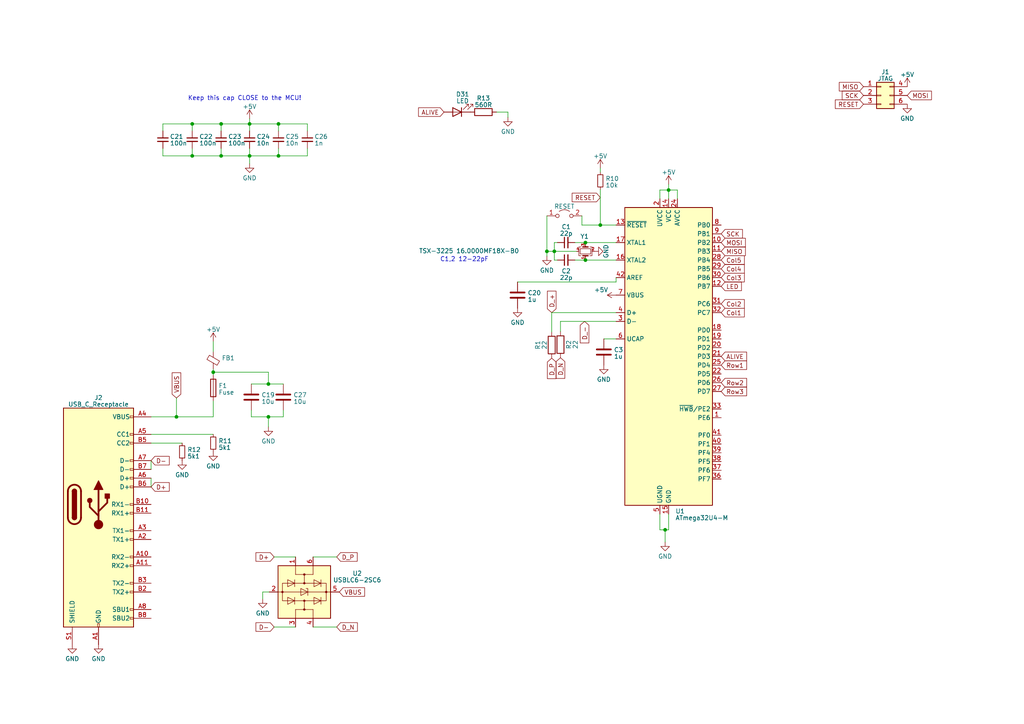
<source format=kicad_sch>
(kicad_sch (version 20230121) (generator eeschema)

  (uuid 1dc8feba-301d-49ae-98c6-70f991b70f67)

  (paper "A4")

  (lib_symbols
    (symbol "Connector:USB_C_Receptacle" (pin_names (offset 1.016)) (in_bom yes) (on_board yes)
      (property "Reference" "J" (at -10.16 29.21 0)
        (effects (font (size 1.27 1.27)) (justify left))
      )
      (property "Value" "USB_C_Receptacle" (at 10.16 29.21 0)
        (effects (font (size 1.27 1.27)) (justify right))
      )
      (property "Footprint" "" (at 3.81 0 0)
        (effects (font (size 1.27 1.27)) hide)
      )
      (property "Datasheet" "https://www.usb.org/sites/default/files/documents/usb_type-c.zip" (at 3.81 0 0)
        (effects (font (size 1.27 1.27)) hide)
      )
      (property "ki_keywords" "usb universal serial bus type-C full-featured" (at 0 0 0)
        (effects (font (size 1.27 1.27)) hide)
      )
      (property "ki_description" "USB Full-Featured Type-C Receptacle connector" (at 0 0 0)
        (effects (font (size 1.27 1.27)) hide)
      )
      (property "ki_fp_filters" "USB*C*Receptacle*" (at 0 0 0)
        (effects (font (size 1.27 1.27)) hide)
      )
      (symbol "USB_C_Receptacle_0_0"
        (rectangle (start -0.254 -35.56) (end 0.254 -34.544)
          (stroke (width 0) (type default))
          (fill (type none))
        )
        (rectangle (start 10.16 -32.766) (end 9.144 -33.274)
          (stroke (width 0) (type default))
          (fill (type none))
        )
        (rectangle (start 10.16 -30.226) (end 9.144 -30.734)
          (stroke (width 0) (type default))
          (fill (type none))
        )
        (rectangle (start 10.16 -25.146) (end 9.144 -25.654)
          (stroke (width 0) (type default))
          (fill (type none))
        )
        (rectangle (start 10.16 -22.606) (end 9.144 -23.114)
          (stroke (width 0) (type default))
          (fill (type none))
        )
        (rectangle (start 10.16 -17.526) (end 9.144 -18.034)
          (stroke (width 0) (type default))
          (fill (type none))
        )
        (rectangle (start 10.16 -14.986) (end 9.144 -15.494)
          (stroke (width 0) (type default))
          (fill (type none))
        )
        (rectangle (start 10.16 -9.906) (end 9.144 -10.414)
          (stroke (width 0) (type default))
          (fill (type none))
        )
        (rectangle (start 10.16 -7.366) (end 9.144 -7.874)
          (stroke (width 0) (type default))
          (fill (type none))
        )
        (rectangle (start 10.16 -2.286) (end 9.144 -2.794)
          (stroke (width 0) (type default))
          (fill (type none))
        )
        (rectangle (start 10.16 0.254) (end 9.144 -0.254)
          (stroke (width 0) (type default))
          (fill (type none))
        )
        (rectangle (start 10.16 5.334) (end 9.144 4.826)
          (stroke (width 0) (type default))
          (fill (type none))
        )
        (rectangle (start 10.16 7.874) (end 9.144 7.366)
          (stroke (width 0) (type default))
          (fill (type none))
        )
        (rectangle (start 10.16 10.414) (end 9.144 9.906)
          (stroke (width 0) (type default))
          (fill (type none))
        )
        (rectangle (start 10.16 12.954) (end 9.144 12.446)
          (stroke (width 0) (type default))
          (fill (type none))
        )
        (rectangle (start 10.16 18.034) (end 9.144 17.526)
          (stroke (width 0) (type default))
          (fill (type none))
        )
        (rectangle (start 10.16 20.574) (end 9.144 20.066)
          (stroke (width 0) (type default))
          (fill (type none))
        )
        (rectangle (start 10.16 25.654) (end 9.144 25.146)
          (stroke (width 0) (type default))
          (fill (type none))
        )
      )
      (symbol "USB_C_Receptacle_0_1"
        (rectangle (start -10.16 27.94) (end 10.16 -35.56)
          (stroke (width 0.254) (type default))
          (fill (type background))
        )
        (arc (start -8.89 -3.81) (mid -6.985 -5.7067) (end -5.08 -3.81)
          (stroke (width 0.508) (type default))
          (fill (type none))
        )
        (arc (start -7.62 -3.81) (mid -6.985 -4.4423) (end -6.35 -3.81)
          (stroke (width 0.254) (type default))
          (fill (type none))
        )
        (arc (start -7.62 -3.81) (mid -6.985 -4.4423) (end -6.35 -3.81)
          (stroke (width 0.254) (type default))
          (fill (type outline))
        )
        (rectangle (start -7.62 -3.81) (end -6.35 3.81)
          (stroke (width 0.254) (type default))
          (fill (type outline))
        )
        (arc (start -6.35 3.81) (mid -6.985 4.4423) (end -7.62 3.81)
          (stroke (width 0.254) (type default))
          (fill (type none))
        )
        (arc (start -6.35 3.81) (mid -6.985 4.4423) (end -7.62 3.81)
          (stroke (width 0.254) (type default))
          (fill (type outline))
        )
        (arc (start -5.08 3.81) (mid -6.985 5.7067) (end -8.89 3.81)
          (stroke (width 0.508) (type default))
          (fill (type none))
        )
        (polyline
          (pts
            (xy -8.89 -3.81)
            (xy -8.89 3.81)
          )
          (stroke (width 0.508) (type default))
          (fill (type none))
        )
        (polyline
          (pts
            (xy -5.08 3.81)
            (xy -5.08 -3.81)
          )
          (stroke (width 0.508) (type default))
          (fill (type none))
        )
      )
      (symbol "USB_C_Receptacle_1_1"
        (circle (center -2.54 1.143) (radius 0.635)
          (stroke (width 0.254) (type default))
          (fill (type outline))
        )
        (circle (center 0 -5.842) (radius 1.27)
          (stroke (width 0) (type default))
          (fill (type outline))
        )
        (polyline
          (pts
            (xy 0 -5.842)
            (xy 0 4.318)
          )
          (stroke (width 0.508) (type default))
          (fill (type none))
        )
        (polyline
          (pts
            (xy 0 -3.302)
            (xy -2.54 -0.762)
            (xy -2.54 0.508)
          )
          (stroke (width 0.508) (type default))
          (fill (type none))
        )
        (polyline
          (pts
            (xy 0 -2.032)
            (xy 2.54 0.508)
            (xy 2.54 1.778)
          )
          (stroke (width 0.508) (type default))
          (fill (type none))
        )
        (polyline
          (pts
            (xy -1.27 4.318)
            (xy 0 6.858)
            (xy 1.27 4.318)
            (xy -1.27 4.318)
          )
          (stroke (width 0.254) (type default))
          (fill (type outline))
        )
        (rectangle (start 1.905 1.778) (end 3.175 3.048)
          (stroke (width 0.254) (type default))
          (fill (type outline))
        )
        (pin passive line (at 0 -40.64 90) (length 5.08)
          (name "GND" (effects (font (size 1.27 1.27))))
          (number "A1" (effects (font (size 1.27 1.27))))
        )
        (pin bidirectional line (at 15.24 -15.24 180) (length 5.08)
          (name "RX2-" (effects (font (size 1.27 1.27))))
          (number "A10" (effects (font (size 1.27 1.27))))
        )
        (pin bidirectional line (at 15.24 -17.78 180) (length 5.08)
          (name "RX2+" (effects (font (size 1.27 1.27))))
          (number "A11" (effects (font (size 1.27 1.27))))
        )
        (pin passive line (at 0 -40.64 90) (length 5.08) hide
          (name "GND" (effects (font (size 1.27 1.27))))
          (number "A12" (effects (font (size 1.27 1.27))))
        )
        (pin bidirectional line (at 15.24 -10.16 180) (length 5.08)
          (name "TX1+" (effects (font (size 1.27 1.27))))
          (number "A2" (effects (font (size 1.27 1.27))))
        )
        (pin bidirectional line (at 15.24 -7.62 180) (length 5.08)
          (name "TX1-" (effects (font (size 1.27 1.27))))
          (number "A3" (effects (font (size 1.27 1.27))))
        )
        (pin passive line (at 15.24 25.4 180) (length 5.08)
          (name "VBUS" (effects (font (size 1.27 1.27))))
          (number "A4" (effects (font (size 1.27 1.27))))
        )
        (pin bidirectional line (at 15.24 20.32 180) (length 5.08)
          (name "CC1" (effects (font (size 1.27 1.27))))
          (number "A5" (effects (font (size 1.27 1.27))))
        )
        (pin bidirectional line (at 15.24 7.62 180) (length 5.08)
          (name "D+" (effects (font (size 1.27 1.27))))
          (number "A6" (effects (font (size 1.27 1.27))))
        )
        (pin bidirectional line (at 15.24 12.7 180) (length 5.08)
          (name "D-" (effects (font (size 1.27 1.27))))
          (number "A7" (effects (font (size 1.27 1.27))))
        )
        (pin bidirectional line (at 15.24 -30.48 180) (length 5.08)
          (name "SBU1" (effects (font (size 1.27 1.27))))
          (number "A8" (effects (font (size 1.27 1.27))))
        )
        (pin passive line (at 15.24 25.4 180) (length 5.08) hide
          (name "VBUS" (effects (font (size 1.27 1.27))))
          (number "A9" (effects (font (size 1.27 1.27))))
        )
        (pin passive line (at 0 -40.64 90) (length 5.08) hide
          (name "GND" (effects (font (size 1.27 1.27))))
          (number "B1" (effects (font (size 1.27 1.27))))
        )
        (pin bidirectional line (at 15.24 0 180) (length 5.08)
          (name "RX1-" (effects (font (size 1.27 1.27))))
          (number "B10" (effects (font (size 1.27 1.27))))
        )
        (pin bidirectional line (at 15.24 -2.54 180) (length 5.08)
          (name "RX1+" (effects (font (size 1.27 1.27))))
          (number "B11" (effects (font (size 1.27 1.27))))
        )
        (pin passive line (at 0 -40.64 90) (length 5.08) hide
          (name "GND" (effects (font (size 1.27 1.27))))
          (number "B12" (effects (font (size 1.27 1.27))))
        )
        (pin bidirectional line (at 15.24 -25.4 180) (length 5.08)
          (name "TX2+" (effects (font (size 1.27 1.27))))
          (number "B2" (effects (font (size 1.27 1.27))))
        )
        (pin bidirectional line (at 15.24 -22.86 180) (length 5.08)
          (name "TX2-" (effects (font (size 1.27 1.27))))
          (number "B3" (effects (font (size 1.27 1.27))))
        )
        (pin passive line (at 15.24 25.4 180) (length 5.08) hide
          (name "VBUS" (effects (font (size 1.27 1.27))))
          (number "B4" (effects (font (size 1.27 1.27))))
        )
        (pin bidirectional line (at 15.24 17.78 180) (length 5.08)
          (name "CC2" (effects (font (size 1.27 1.27))))
          (number "B5" (effects (font (size 1.27 1.27))))
        )
        (pin bidirectional line (at 15.24 5.08 180) (length 5.08)
          (name "D+" (effects (font (size 1.27 1.27))))
          (number "B6" (effects (font (size 1.27 1.27))))
        )
        (pin bidirectional line (at 15.24 10.16 180) (length 5.08)
          (name "D-" (effects (font (size 1.27 1.27))))
          (number "B7" (effects (font (size 1.27 1.27))))
        )
        (pin bidirectional line (at 15.24 -33.02 180) (length 5.08)
          (name "SBU2" (effects (font (size 1.27 1.27))))
          (number "B8" (effects (font (size 1.27 1.27))))
        )
        (pin passive line (at 15.24 25.4 180) (length 5.08) hide
          (name "VBUS" (effects (font (size 1.27 1.27))))
          (number "B9" (effects (font (size 1.27 1.27))))
        )
        (pin passive line (at -7.62 -40.64 90) (length 5.08)
          (name "SHIELD" (effects (font (size 1.27 1.27))))
          (number "S1" (effects (font (size 1.27 1.27))))
        )
      )
    )
    (symbol "Connector_Generic:Conn_02x03_Top_Bottom" (pin_names (offset 1.016) hide) (in_bom yes) (on_board yes)
      (property "Reference" "J" (at 1.27 5.08 0)
        (effects (font (size 1.27 1.27)))
      )
      (property "Value" "Conn_02x03_Top_Bottom" (at 1.27 -5.08 0)
        (effects (font (size 1.27 1.27)))
      )
      (property "Footprint" "" (at 0 0 0)
        (effects (font (size 1.27 1.27)) hide)
      )
      (property "Datasheet" "~" (at 0 0 0)
        (effects (font (size 1.27 1.27)) hide)
      )
      (property "ki_keywords" "connector" (at 0 0 0)
        (effects (font (size 1.27 1.27)) hide)
      )
      (property "ki_description" "Generic connector, double row, 02x03, top/bottom pin numbering scheme (row 1: 1...pins_per_row, row2: pins_per_row+1 ... num_pins), script generated (kicad-library-utils/schlib/autogen/connector/)" (at 0 0 0)
        (effects (font (size 1.27 1.27)) hide)
      )
      (property "ki_fp_filters" "Connector*:*_2x??_*" (at 0 0 0)
        (effects (font (size 1.27 1.27)) hide)
      )
      (symbol "Conn_02x03_Top_Bottom_1_1"
        (rectangle (start -1.27 -2.413) (end 0 -2.667)
          (stroke (width 0.1524) (type default))
          (fill (type none))
        )
        (rectangle (start -1.27 0.127) (end 0 -0.127)
          (stroke (width 0.1524) (type default))
          (fill (type none))
        )
        (rectangle (start -1.27 2.667) (end 0 2.413)
          (stroke (width 0.1524) (type default))
          (fill (type none))
        )
        (rectangle (start -1.27 3.81) (end 3.81 -3.81)
          (stroke (width 0.254) (type default))
          (fill (type background))
        )
        (rectangle (start 3.81 -2.413) (end 2.54 -2.667)
          (stroke (width 0.1524) (type default))
          (fill (type none))
        )
        (rectangle (start 3.81 0.127) (end 2.54 -0.127)
          (stroke (width 0.1524) (type default))
          (fill (type none))
        )
        (rectangle (start 3.81 2.667) (end 2.54 2.413)
          (stroke (width 0.1524) (type default))
          (fill (type none))
        )
        (pin passive line (at -5.08 2.54 0) (length 3.81)
          (name "Pin_1" (effects (font (size 1.27 1.27))))
          (number "1" (effects (font (size 1.27 1.27))))
        )
        (pin passive line (at -5.08 0 0) (length 3.81)
          (name "Pin_2" (effects (font (size 1.27 1.27))))
          (number "2" (effects (font (size 1.27 1.27))))
        )
        (pin passive line (at -5.08 -2.54 0) (length 3.81)
          (name "Pin_3" (effects (font (size 1.27 1.27))))
          (number "3" (effects (font (size 1.27 1.27))))
        )
        (pin passive line (at 7.62 2.54 180) (length 3.81)
          (name "Pin_4" (effects (font (size 1.27 1.27))))
          (number "4" (effects (font (size 1.27 1.27))))
        )
        (pin passive line (at 7.62 0 180) (length 3.81)
          (name "Pin_5" (effects (font (size 1.27 1.27))))
          (number "5" (effects (font (size 1.27 1.27))))
        )
        (pin passive line (at 7.62 -2.54 180) (length 3.81)
          (name "Pin_6" (effects (font (size 1.27 1.27))))
          (number "6" (effects (font (size 1.27 1.27))))
        )
      )
    )
    (symbol "Device:C" (pin_numbers hide) (pin_names (offset 0.254)) (in_bom yes) (on_board yes)
      (property "Reference" "C" (at 0.635 2.54 0)
        (effects (font (size 1.27 1.27)) (justify left))
      )
      (property "Value" "C" (at 0.635 -2.54 0)
        (effects (font (size 1.27 1.27)) (justify left))
      )
      (property "Footprint" "" (at 0.9652 -3.81 0)
        (effects (font (size 1.27 1.27)) hide)
      )
      (property "Datasheet" "~" (at 0 0 0)
        (effects (font (size 1.27 1.27)) hide)
      )
      (property "ki_keywords" "cap capacitor" (at 0 0 0)
        (effects (font (size 1.27 1.27)) hide)
      )
      (property "ki_description" "Unpolarized capacitor" (at 0 0 0)
        (effects (font (size 1.27 1.27)) hide)
      )
      (property "ki_fp_filters" "C_*" (at 0 0 0)
        (effects (font (size 1.27 1.27)) hide)
      )
      (symbol "C_0_1"
        (polyline
          (pts
            (xy -2.032 -0.762)
            (xy 2.032 -0.762)
          )
          (stroke (width 0.508) (type default))
          (fill (type none))
        )
        (polyline
          (pts
            (xy -2.032 0.762)
            (xy 2.032 0.762)
          )
          (stroke (width 0.508) (type default))
          (fill (type none))
        )
      )
      (symbol "C_1_1"
        (pin passive line (at 0 3.81 270) (length 2.794)
          (name "~" (effects (font (size 1.27 1.27))))
          (number "1" (effects (font (size 1.27 1.27))))
        )
        (pin passive line (at 0 -3.81 90) (length 2.794)
          (name "~" (effects (font (size 1.27 1.27))))
          (number "2" (effects (font (size 1.27 1.27))))
        )
      )
    )
    (symbol "Device:C_Small" (pin_numbers hide) (pin_names (offset 0.254) hide) (in_bom yes) (on_board yes)
      (property "Reference" "C" (at 0.254 1.778 0)
        (effects (font (size 1.27 1.27)) (justify left))
      )
      (property "Value" "C_Small" (at 0.254 -2.032 0)
        (effects (font (size 1.27 1.27)) (justify left))
      )
      (property "Footprint" "" (at 0 0 0)
        (effects (font (size 1.27 1.27)) hide)
      )
      (property "Datasheet" "~" (at 0 0 0)
        (effects (font (size 1.27 1.27)) hide)
      )
      (property "ki_keywords" "capacitor cap" (at 0 0 0)
        (effects (font (size 1.27 1.27)) hide)
      )
      (property "ki_description" "Unpolarized capacitor, small symbol" (at 0 0 0)
        (effects (font (size 1.27 1.27)) hide)
      )
      (property "ki_fp_filters" "C_*" (at 0 0 0)
        (effects (font (size 1.27 1.27)) hide)
      )
      (symbol "C_Small_0_1"
        (polyline
          (pts
            (xy -1.524 -0.508)
            (xy 1.524 -0.508)
          )
          (stroke (width 0.3302) (type default))
          (fill (type none))
        )
        (polyline
          (pts
            (xy -1.524 0.508)
            (xy 1.524 0.508)
          )
          (stroke (width 0.3048) (type default))
          (fill (type none))
        )
      )
      (symbol "C_Small_1_1"
        (pin passive line (at 0 2.54 270) (length 2.032)
          (name "~" (effects (font (size 1.27 1.27))))
          (number "1" (effects (font (size 1.27 1.27))))
        )
        (pin passive line (at 0 -2.54 90) (length 2.032)
          (name "~" (effects (font (size 1.27 1.27))))
          (number "2" (effects (font (size 1.27 1.27))))
        )
      )
    )
    (symbol "Device:Crystal_GND24_Small" (pin_names (offset 1.016) hide) (in_bom yes) (on_board yes)
      (property "Reference" "Y" (at 1.27 4.445 0)
        (effects (font (size 1.27 1.27)) (justify left))
      )
      (property "Value" "Crystal_GND24_Small" (at 1.27 2.54 0)
        (effects (font (size 1.27 1.27)) (justify left))
      )
      (property "Footprint" "" (at 0 0 0)
        (effects (font (size 1.27 1.27)) hide)
      )
      (property "Datasheet" "~" (at 0 0 0)
        (effects (font (size 1.27 1.27)) hide)
      )
      (property "ki_keywords" "quartz ceramic resonator oscillator" (at 0 0 0)
        (effects (font (size 1.27 1.27)) hide)
      )
      (property "ki_description" "Four pin crystal, GND on pins 2 and 4, small symbol" (at 0 0 0)
        (effects (font (size 1.27 1.27)) hide)
      )
      (property "ki_fp_filters" "Crystal*" (at 0 0 0)
        (effects (font (size 1.27 1.27)) hide)
      )
      (symbol "Crystal_GND24_Small_0_1"
        (rectangle (start -0.762 -1.524) (end 0.762 1.524)
          (stroke (width 0) (type default))
          (fill (type none))
        )
        (polyline
          (pts
            (xy -1.27 -0.762)
            (xy -1.27 0.762)
          )
          (stroke (width 0.381) (type default))
          (fill (type none))
        )
        (polyline
          (pts
            (xy 1.27 -0.762)
            (xy 1.27 0.762)
          )
          (stroke (width 0.381) (type default))
          (fill (type none))
        )
        (polyline
          (pts
            (xy -1.27 -1.27)
            (xy -1.27 -1.905)
            (xy 1.27 -1.905)
            (xy 1.27 -1.27)
          )
          (stroke (width 0) (type default))
          (fill (type none))
        )
        (polyline
          (pts
            (xy -1.27 1.27)
            (xy -1.27 1.905)
            (xy 1.27 1.905)
            (xy 1.27 1.27)
          )
          (stroke (width 0) (type default))
          (fill (type none))
        )
      )
      (symbol "Crystal_GND24_Small_1_1"
        (pin passive line (at -2.54 0 0) (length 1.27)
          (name "1" (effects (font (size 1.27 1.27))))
          (number "1" (effects (font (size 0.762 0.762))))
        )
        (pin passive line (at 0 -2.54 90) (length 0.635)
          (name "2" (effects (font (size 1.27 1.27))))
          (number "2" (effects (font (size 0.762 0.762))))
        )
        (pin passive line (at 2.54 0 180) (length 1.27)
          (name "3" (effects (font (size 1.27 1.27))))
          (number "3" (effects (font (size 0.762 0.762))))
        )
        (pin passive line (at 0 2.54 270) (length 0.635)
          (name "4" (effects (font (size 1.27 1.27))))
          (number "4" (effects (font (size 0.762 0.762))))
        )
      )
    )
    (symbol "Device:FerriteBead_Small" (pin_numbers hide) (pin_names (offset 0)) (in_bom yes) (on_board yes)
      (property "Reference" "FB" (at 1.905 1.27 0)
        (effects (font (size 1.27 1.27)) (justify left))
      )
      (property "Value" "FerriteBead_Small" (at 1.905 -1.27 0)
        (effects (font (size 1.27 1.27)) (justify left))
      )
      (property "Footprint" "" (at -1.778 0 90)
        (effects (font (size 1.27 1.27)) hide)
      )
      (property "Datasheet" "~" (at 0 0 0)
        (effects (font (size 1.27 1.27)) hide)
      )
      (property "ki_keywords" "L ferrite bead inductor filter" (at 0 0 0)
        (effects (font (size 1.27 1.27)) hide)
      )
      (property "ki_description" "Ferrite bead, small symbol" (at 0 0 0)
        (effects (font (size 1.27 1.27)) hide)
      )
      (property "ki_fp_filters" "Inductor_* L_* *Ferrite*" (at 0 0 0)
        (effects (font (size 1.27 1.27)) hide)
      )
      (symbol "FerriteBead_Small_0_1"
        (polyline
          (pts
            (xy 0 -1.27)
            (xy 0 -0.7874)
          )
          (stroke (width 0) (type default))
          (fill (type none))
        )
        (polyline
          (pts
            (xy 0 0.889)
            (xy 0 1.2954)
          )
          (stroke (width 0) (type default))
          (fill (type none))
        )
        (polyline
          (pts
            (xy -1.8288 0.2794)
            (xy -1.1176 1.4986)
            (xy 1.8288 -0.2032)
            (xy 1.1176 -1.4224)
            (xy -1.8288 0.2794)
          )
          (stroke (width 0) (type default))
          (fill (type none))
        )
      )
      (symbol "FerriteBead_Small_1_1"
        (pin passive line (at 0 2.54 270) (length 1.27)
          (name "~" (effects (font (size 1.27 1.27))))
          (number "1" (effects (font (size 1.27 1.27))))
        )
        (pin passive line (at 0 -2.54 90) (length 1.27)
          (name "~" (effects (font (size 1.27 1.27))))
          (number "2" (effects (font (size 1.27 1.27))))
        )
      )
    )
    (symbol "Device:Fuse" (pin_numbers hide) (pin_names (offset 0)) (in_bom yes) (on_board yes)
      (property "Reference" "F" (at 2.032 0 90)
        (effects (font (size 1.27 1.27)))
      )
      (property "Value" "Fuse" (at -1.905 0 90)
        (effects (font (size 1.27 1.27)))
      )
      (property "Footprint" "" (at -1.778 0 90)
        (effects (font (size 1.27 1.27)) hide)
      )
      (property "Datasheet" "~" (at 0 0 0)
        (effects (font (size 1.27 1.27)) hide)
      )
      (property "ki_keywords" "fuse" (at 0 0 0)
        (effects (font (size 1.27 1.27)) hide)
      )
      (property "ki_description" "Fuse" (at 0 0 0)
        (effects (font (size 1.27 1.27)) hide)
      )
      (property "ki_fp_filters" "*Fuse*" (at 0 0 0)
        (effects (font (size 1.27 1.27)) hide)
      )
      (symbol "Fuse_0_1"
        (rectangle (start -0.762 -2.54) (end 0.762 2.54)
          (stroke (width 0.254) (type default))
          (fill (type none))
        )
        (polyline
          (pts
            (xy 0 2.54)
            (xy 0 -2.54)
          )
          (stroke (width 0) (type default))
          (fill (type none))
        )
      )
      (symbol "Fuse_1_1"
        (pin passive line (at 0 3.81 270) (length 1.27)
          (name "~" (effects (font (size 1.27 1.27))))
          (number "1" (effects (font (size 1.27 1.27))))
        )
        (pin passive line (at 0 -3.81 90) (length 1.27)
          (name "~" (effects (font (size 1.27 1.27))))
          (number "2" (effects (font (size 1.27 1.27))))
        )
      )
    )
    (symbol "Device:LED" (pin_numbers hide) (pin_names (offset 1.016) hide) (in_bom yes) (on_board yes)
      (property "Reference" "D" (at 0 2.54 0)
        (effects (font (size 1.27 1.27)))
      )
      (property "Value" "LED" (at 0 -2.54 0)
        (effects (font (size 1.27 1.27)))
      )
      (property "Footprint" "" (at 0 0 0)
        (effects (font (size 1.27 1.27)) hide)
      )
      (property "Datasheet" "~" (at 0 0 0)
        (effects (font (size 1.27 1.27)) hide)
      )
      (property "ki_keywords" "LED diode" (at 0 0 0)
        (effects (font (size 1.27 1.27)) hide)
      )
      (property "ki_description" "Light emitting diode" (at 0 0 0)
        (effects (font (size 1.27 1.27)) hide)
      )
      (property "ki_fp_filters" "LED* LED_SMD:* LED_THT:*" (at 0 0 0)
        (effects (font (size 1.27 1.27)) hide)
      )
      (symbol "LED_0_1"
        (polyline
          (pts
            (xy -1.27 -1.27)
            (xy -1.27 1.27)
          )
          (stroke (width 0.254) (type default))
          (fill (type none))
        )
        (polyline
          (pts
            (xy -1.27 0)
            (xy 1.27 0)
          )
          (stroke (width 0) (type default))
          (fill (type none))
        )
        (polyline
          (pts
            (xy 1.27 -1.27)
            (xy 1.27 1.27)
            (xy -1.27 0)
            (xy 1.27 -1.27)
          )
          (stroke (width 0.254) (type default))
          (fill (type none))
        )
        (polyline
          (pts
            (xy -3.048 -0.762)
            (xy -4.572 -2.286)
            (xy -3.81 -2.286)
            (xy -4.572 -2.286)
            (xy -4.572 -1.524)
          )
          (stroke (width 0) (type default))
          (fill (type none))
        )
        (polyline
          (pts
            (xy -1.778 -0.762)
            (xy -3.302 -2.286)
            (xy -2.54 -2.286)
            (xy -3.302 -2.286)
            (xy -3.302 -1.524)
          )
          (stroke (width 0) (type default))
          (fill (type none))
        )
      )
      (symbol "LED_1_1"
        (pin passive line (at -3.81 0 0) (length 2.54)
          (name "K" (effects (font (size 1.27 1.27))))
          (number "1" (effects (font (size 1.27 1.27))))
        )
        (pin passive line (at 3.81 0 180) (length 2.54)
          (name "A" (effects (font (size 1.27 1.27))))
          (number "2" (effects (font (size 1.27 1.27))))
        )
      )
    )
    (symbol "Device:R" (pin_numbers hide) (pin_names (offset 0)) (in_bom yes) (on_board yes)
      (property "Reference" "R" (at 2.032 0 90)
        (effects (font (size 1.27 1.27)))
      )
      (property "Value" "R" (at 0 0 90)
        (effects (font (size 1.27 1.27)))
      )
      (property "Footprint" "" (at -1.778 0 90)
        (effects (font (size 1.27 1.27)) hide)
      )
      (property "Datasheet" "~" (at 0 0 0)
        (effects (font (size 1.27 1.27)) hide)
      )
      (property "ki_keywords" "R res resistor" (at 0 0 0)
        (effects (font (size 1.27 1.27)) hide)
      )
      (property "ki_description" "Resistor" (at 0 0 0)
        (effects (font (size 1.27 1.27)) hide)
      )
      (property "ki_fp_filters" "R_*" (at 0 0 0)
        (effects (font (size 1.27 1.27)) hide)
      )
      (symbol "R_0_1"
        (rectangle (start -1.016 -2.54) (end 1.016 2.54)
          (stroke (width 0.254) (type default))
          (fill (type none))
        )
      )
      (symbol "R_1_1"
        (pin passive line (at 0 3.81 270) (length 1.27)
          (name "~" (effects (font (size 1.27 1.27))))
          (number "1" (effects (font (size 1.27 1.27))))
        )
        (pin passive line (at 0 -3.81 90) (length 1.27)
          (name "~" (effects (font (size 1.27 1.27))))
          (number "2" (effects (font (size 1.27 1.27))))
        )
      )
    )
    (symbol "Device:R_Small" (pin_numbers hide) (pin_names (offset 0.254) hide) (in_bom yes) (on_board yes)
      (property "Reference" "R" (at 0.762 0.508 0)
        (effects (font (size 1.27 1.27)) (justify left))
      )
      (property "Value" "R_Small" (at 0.762 -1.016 0)
        (effects (font (size 1.27 1.27)) (justify left))
      )
      (property "Footprint" "" (at 0 0 0)
        (effects (font (size 1.27 1.27)) hide)
      )
      (property "Datasheet" "~" (at 0 0 0)
        (effects (font (size 1.27 1.27)) hide)
      )
      (property "ki_keywords" "R resistor" (at 0 0 0)
        (effects (font (size 1.27 1.27)) hide)
      )
      (property "ki_description" "Resistor, small symbol" (at 0 0 0)
        (effects (font (size 1.27 1.27)) hide)
      )
      (property "ki_fp_filters" "R_*" (at 0 0 0)
        (effects (font (size 1.27 1.27)) hide)
      )
      (symbol "R_Small_0_1"
        (rectangle (start -0.762 1.778) (end 0.762 -1.778)
          (stroke (width 0.2032) (type default))
          (fill (type none))
        )
      )
      (symbol "R_Small_1_1"
        (pin passive line (at 0 2.54 270) (length 0.762)
          (name "~" (effects (font (size 1.27 1.27))))
          (number "1" (effects (font (size 1.27 1.27))))
        )
        (pin passive line (at 0 -2.54 90) (length 0.762)
          (name "~" (effects (font (size 1.27 1.27))))
          (number "2" (effects (font (size 1.27 1.27))))
        )
      )
    )
    (symbol "Jumper:Jumper_2_Open" (pin_names (offset 0) hide) (in_bom yes) (on_board yes)
      (property "Reference" "JP" (at 0 2.794 0)
        (effects (font (size 1.27 1.27)))
      )
      (property "Value" "Jumper_2_Open" (at 0 -2.286 0)
        (effects (font (size 1.27 1.27)))
      )
      (property "Footprint" "" (at 0 0 0)
        (effects (font (size 1.27 1.27)) hide)
      )
      (property "Datasheet" "~" (at 0 0 0)
        (effects (font (size 1.27 1.27)) hide)
      )
      (property "ki_keywords" "Jumper SPST" (at 0 0 0)
        (effects (font (size 1.27 1.27)) hide)
      )
      (property "ki_description" "Jumper, 2-pole, open" (at 0 0 0)
        (effects (font (size 1.27 1.27)) hide)
      )
      (property "ki_fp_filters" "Jumper* TestPoint*2Pads* TestPoint*Bridge*" (at 0 0 0)
        (effects (font (size 1.27 1.27)) hide)
      )
      (symbol "Jumper_2_Open_0_0"
        (circle (center -2.032 0) (radius 0.508)
          (stroke (width 0) (type default))
          (fill (type none))
        )
        (circle (center 2.032 0) (radius 0.508)
          (stroke (width 0) (type default))
          (fill (type none))
        )
      )
      (symbol "Jumper_2_Open_0_1"
        (arc (start 1.524 1.27) (mid 0 1.778) (end -1.524 1.27)
          (stroke (width 0) (type default))
          (fill (type none))
        )
      )
      (symbol "Jumper_2_Open_1_1"
        (pin passive line (at -5.08 0 0) (length 2.54)
          (name "A" (effects (font (size 1.27 1.27))))
          (number "1" (effects (font (size 1.27 1.27))))
        )
        (pin passive line (at 5.08 0 180) (length 2.54)
          (name "B" (effects (font (size 1.27 1.27))))
          (number "2" (effects (font (size 1.27 1.27))))
        )
      )
    )
    (symbol "MCU_Microchip_ATmega:ATmega32U4-M" (in_bom yes) (on_board yes)
      (property "Reference" "U" (at -12.7 44.45 0)
        (effects (font (size 1.27 1.27)) (justify left bottom))
      )
      (property "Value" "ATmega32U4-M" (at 2.54 -44.45 0)
        (effects (font (size 1.27 1.27)) (justify left top))
      )
      (property "Footprint" "Package_DFN_QFN:QFN-44-1EP_7x7mm_P0.5mm_EP5.2x5.2mm" (at 0 0 0)
        (effects (font (size 1.27 1.27) italic) hide)
      )
      (property "Datasheet" "http://ww1.microchip.com/downloads/en/DeviceDoc/Atmel-7766-8-bit-AVR-ATmega16U4-32U4_Datasheet.pdf" (at 0 0 0)
        (effects (font (size 1.27 1.27)) hide)
      )
      (property "ki_keywords" "AVR 8bit Microcontroller MegaAVR USB" (at 0 0 0)
        (effects (font (size 1.27 1.27)) hide)
      )
      (property "ki_description" "16MHz, 32kB Flash, 2.5kB SRAM, 1kB EEPROM, USB 2.0, QFN-44" (at 0 0 0)
        (effects (font (size 1.27 1.27)) hide)
      )
      (property "ki_fp_filters" "QFN*1EP*7x7mm*P0.5mm*" (at 0 0 0)
        (effects (font (size 1.27 1.27)) hide)
      )
      (symbol "ATmega32U4-M_0_1"
        (rectangle (start -12.7 -43.18) (end 12.7 43.18)
          (stroke (width 0.254) (type default))
          (fill (type background))
        )
      )
      (symbol "ATmega32U4-M_1_1"
        (pin bidirectional line (at 15.24 -17.78 180) (length 2.54)
          (name "PE6" (effects (font (size 1.27 1.27))))
          (number "1" (effects (font (size 1.27 1.27))))
        )
        (pin bidirectional line (at 15.24 33.02 180) (length 2.54)
          (name "PB2" (effects (font (size 1.27 1.27))))
          (number "10" (effects (font (size 1.27 1.27))))
        )
        (pin bidirectional line (at 15.24 30.48 180) (length 2.54)
          (name "PB3" (effects (font (size 1.27 1.27))))
          (number "11" (effects (font (size 1.27 1.27))))
        )
        (pin bidirectional line (at 15.24 20.32 180) (length 2.54)
          (name "PB7" (effects (font (size 1.27 1.27))))
          (number "12" (effects (font (size 1.27 1.27))))
        )
        (pin input line (at -15.24 38.1 0) (length 2.54)
          (name "~{RESET}" (effects (font (size 1.27 1.27))))
          (number "13" (effects (font (size 1.27 1.27))))
        )
        (pin power_in line (at 0 45.72 270) (length 2.54)
          (name "VCC" (effects (font (size 1.27 1.27))))
          (number "14" (effects (font (size 1.27 1.27))))
        )
        (pin power_in line (at 0 -45.72 90) (length 2.54)
          (name "GND" (effects (font (size 1.27 1.27))))
          (number "15" (effects (font (size 1.27 1.27))))
        )
        (pin output line (at -15.24 27.94 0) (length 2.54)
          (name "XTAL2" (effects (font (size 1.27 1.27))))
          (number "16" (effects (font (size 1.27 1.27))))
        )
        (pin input line (at -15.24 33.02 0) (length 2.54)
          (name "XTAL1" (effects (font (size 1.27 1.27))))
          (number "17" (effects (font (size 1.27 1.27))))
        )
        (pin bidirectional line (at 15.24 7.62 180) (length 2.54)
          (name "PD0" (effects (font (size 1.27 1.27))))
          (number "18" (effects (font (size 1.27 1.27))))
        )
        (pin bidirectional line (at 15.24 5.08 180) (length 2.54)
          (name "PD1" (effects (font (size 1.27 1.27))))
          (number "19" (effects (font (size 1.27 1.27))))
        )
        (pin power_in line (at -2.54 45.72 270) (length 2.54)
          (name "UVCC" (effects (font (size 1.27 1.27))))
          (number "2" (effects (font (size 1.27 1.27))))
        )
        (pin bidirectional line (at 15.24 2.54 180) (length 2.54)
          (name "PD2" (effects (font (size 1.27 1.27))))
          (number "20" (effects (font (size 1.27 1.27))))
        )
        (pin bidirectional line (at 15.24 0 180) (length 2.54)
          (name "PD3" (effects (font (size 1.27 1.27))))
          (number "21" (effects (font (size 1.27 1.27))))
        )
        (pin bidirectional line (at 15.24 -5.08 180) (length 2.54)
          (name "PD5" (effects (font (size 1.27 1.27))))
          (number "22" (effects (font (size 1.27 1.27))))
        )
        (pin passive line (at 0 -45.72 90) (length 2.54) hide
          (name "GND" (effects (font (size 1.27 1.27))))
          (number "23" (effects (font (size 1.27 1.27))))
        )
        (pin power_in line (at 2.54 45.72 270) (length 2.54)
          (name "AVCC" (effects (font (size 1.27 1.27))))
          (number "24" (effects (font (size 1.27 1.27))))
        )
        (pin bidirectional line (at 15.24 -2.54 180) (length 2.54)
          (name "PD4" (effects (font (size 1.27 1.27))))
          (number "25" (effects (font (size 1.27 1.27))))
        )
        (pin bidirectional line (at 15.24 -7.62 180) (length 2.54)
          (name "PD6" (effects (font (size 1.27 1.27))))
          (number "26" (effects (font (size 1.27 1.27))))
        )
        (pin bidirectional line (at 15.24 -10.16 180) (length 2.54)
          (name "PD7" (effects (font (size 1.27 1.27))))
          (number "27" (effects (font (size 1.27 1.27))))
        )
        (pin bidirectional line (at 15.24 27.94 180) (length 2.54)
          (name "PB4" (effects (font (size 1.27 1.27))))
          (number "28" (effects (font (size 1.27 1.27))))
        )
        (pin bidirectional line (at 15.24 25.4 180) (length 2.54)
          (name "PB5" (effects (font (size 1.27 1.27))))
          (number "29" (effects (font (size 1.27 1.27))))
        )
        (pin bidirectional line (at -15.24 10.16 0) (length 2.54)
          (name "D-" (effects (font (size 1.27 1.27))))
          (number "3" (effects (font (size 1.27 1.27))))
        )
        (pin bidirectional line (at 15.24 22.86 180) (length 2.54)
          (name "PB6" (effects (font (size 1.27 1.27))))
          (number "30" (effects (font (size 1.27 1.27))))
        )
        (pin bidirectional line (at 15.24 15.24 180) (length 2.54)
          (name "PC6" (effects (font (size 1.27 1.27))))
          (number "31" (effects (font (size 1.27 1.27))))
        )
        (pin bidirectional line (at 15.24 12.7 180) (length 2.54)
          (name "PC7" (effects (font (size 1.27 1.27))))
          (number "32" (effects (font (size 1.27 1.27))))
        )
        (pin bidirectional line (at 15.24 -15.24 180) (length 2.54)
          (name "~{HWB}/PE2" (effects (font (size 1.27 1.27))))
          (number "33" (effects (font (size 1.27 1.27))))
        )
        (pin passive line (at 0 45.72 270) (length 2.54) hide
          (name "VCC" (effects (font (size 1.27 1.27))))
          (number "34" (effects (font (size 1.27 1.27))))
        )
        (pin passive line (at 0 -45.72 90) (length 2.54) hide
          (name "GND" (effects (font (size 1.27 1.27))))
          (number "35" (effects (font (size 1.27 1.27))))
        )
        (pin bidirectional line (at 15.24 -35.56 180) (length 2.54)
          (name "PF7" (effects (font (size 1.27 1.27))))
          (number "36" (effects (font (size 1.27 1.27))))
        )
        (pin bidirectional line (at 15.24 -33.02 180) (length 2.54)
          (name "PF6" (effects (font (size 1.27 1.27))))
          (number "37" (effects (font (size 1.27 1.27))))
        )
        (pin bidirectional line (at 15.24 -30.48 180) (length 2.54)
          (name "PF5" (effects (font (size 1.27 1.27))))
          (number "38" (effects (font (size 1.27 1.27))))
        )
        (pin bidirectional line (at 15.24 -27.94 180) (length 2.54)
          (name "PF4" (effects (font (size 1.27 1.27))))
          (number "39" (effects (font (size 1.27 1.27))))
        )
        (pin bidirectional line (at -15.24 12.7 0) (length 2.54)
          (name "D+" (effects (font (size 1.27 1.27))))
          (number "4" (effects (font (size 1.27 1.27))))
        )
        (pin bidirectional line (at 15.24 -25.4 180) (length 2.54)
          (name "PF1" (effects (font (size 1.27 1.27))))
          (number "40" (effects (font (size 1.27 1.27))))
        )
        (pin bidirectional line (at 15.24 -22.86 180) (length 2.54)
          (name "PF0" (effects (font (size 1.27 1.27))))
          (number "41" (effects (font (size 1.27 1.27))))
        )
        (pin passive line (at -15.24 22.86 0) (length 2.54)
          (name "AREF" (effects (font (size 1.27 1.27))))
          (number "42" (effects (font (size 1.27 1.27))))
        )
        (pin passive line (at 0 -45.72 90) (length 2.54) hide
          (name "GND" (effects (font (size 1.27 1.27))))
          (number "43" (effects (font (size 1.27 1.27))))
        )
        (pin passive line (at 2.54 45.72 270) (length 2.54) hide
          (name "AVCC" (effects (font (size 1.27 1.27))))
          (number "44" (effects (font (size 1.27 1.27))))
        )
        (pin passive line (at 0 -45.72 90) (length 2.54) hide
          (name "GND" (effects (font (size 1.27 1.27))))
          (number "45" (effects (font (size 1.27 1.27))))
        )
        (pin passive line (at -2.54 -45.72 90) (length 2.54)
          (name "UGND" (effects (font (size 1.27 1.27))))
          (number "5" (effects (font (size 1.27 1.27))))
        )
        (pin passive line (at -15.24 5.08 0) (length 2.54)
          (name "UCAP" (effects (font (size 1.27 1.27))))
          (number "6" (effects (font (size 1.27 1.27))))
        )
        (pin input line (at -15.24 17.78 0) (length 2.54)
          (name "VBUS" (effects (font (size 1.27 1.27))))
          (number "7" (effects (font (size 1.27 1.27))))
        )
        (pin bidirectional line (at 15.24 38.1 180) (length 2.54)
          (name "PB0" (effects (font (size 1.27 1.27))))
          (number "8" (effects (font (size 1.27 1.27))))
        )
        (pin bidirectional line (at 15.24 35.56 180) (length 2.54)
          (name "PB1" (effects (font (size 1.27 1.27))))
          (number "9" (effects (font (size 1.27 1.27))))
        )
      )
    )
    (symbol "Power_Protection:USBLC6-2SC6" (pin_names hide) (in_bom yes) (on_board yes)
      (property "Reference" "U" (at 2.54 8.89 0)
        (effects (font (size 1.27 1.27)) (justify left))
      )
      (property "Value" "USBLC6-2SC6" (at 2.54 -8.89 0)
        (effects (font (size 1.27 1.27)) (justify left))
      )
      (property "Footprint" "Package_TO_SOT_SMD:SOT-23-6" (at 0 -12.7 0)
        (effects (font (size 1.27 1.27)) hide)
      )
      (property "Datasheet" "https://www.st.com/resource/en/datasheet/usblc6-2.pdf" (at 5.08 8.89 0)
        (effects (font (size 1.27 1.27)) hide)
      )
      (property "ki_keywords" "usb ethernet video" (at 0 0 0)
        (effects (font (size 1.27 1.27)) hide)
      )
      (property "ki_description" "Very low capacitance ESD protection diode, 2 data-line, SOT-23-6" (at 0 0 0)
        (effects (font (size 1.27 1.27)) hide)
      )
      (property "ki_fp_filters" "SOT?23*" (at 0 0 0)
        (effects (font (size 1.27 1.27)) hide)
      )
      (symbol "USBLC6-2SC6_0_1"
        (rectangle (start -7.62 -7.62) (end 7.62 7.62)
          (stroke (width 0.254) (type default))
          (fill (type background))
        )
        (circle (center -5.08 0) (radius 0.254)
          (stroke (width 0) (type default))
          (fill (type outline))
        )
        (circle (center -2.54 0) (radius 0.254)
          (stroke (width 0) (type default))
          (fill (type outline))
        )
        (rectangle (start -2.54 6.35) (end 2.54 -6.35)
          (stroke (width 0) (type default))
          (fill (type none))
        )
        (circle (center 0 -6.35) (radius 0.254)
          (stroke (width 0) (type default))
          (fill (type outline))
        )
        (polyline
          (pts
            (xy -5.08 -2.54)
            (xy -7.62 -2.54)
          )
          (stroke (width 0) (type default))
          (fill (type none))
        )
        (polyline
          (pts
            (xy -5.08 0)
            (xy -5.08 -2.54)
          )
          (stroke (width 0) (type default))
          (fill (type none))
        )
        (polyline
          (pts
            (xy -5.08 2.54)
            (xy -7.62 2.54)
          )
          (stroke (width 0) (type default))
          (fill (type none))
        )
        (polyline
          (pts
            (xy -1.524 -2.794)
            (xy -3.556 -2.794)
          )
          (stroke (width 0) (type default))
          (fill (type none))
        )
        (polyline
          (pts
            (xy -1.524 4.826)
            (xy -3.556 4.826)
          )
          (stroke (width 0) (type default))
          (fill (type none))
        )
        (polyline
          (pts
            (xy 0 -7.62)
            (xy 0 -6.35)
          )
          (stroke (width 0) (type default))
          (fill (type none))
        )
        (polyline
          (pts
            (xy 0 -6.35)
            (xy 0 1.27)
          )
          (stroke (width 0) (type default))
          (fill (type none))
        )
        (polyline
          (pts
            (xy 0 1.27)
            (xy 0 6.35)
          )
          (stroke (width 0) (type default))
          (fill (type none))
        )
        (polyline
          (pts
            (xy 0 6.35)
            (xy 0 7.62)
          )
          (stroke (width 0) (type default))
          (fill (type none))
        )
        (polyline
          (pts
            (xy 1.524 -2.794)
            (xy 3.556 -2.794)
          )
          (stroke (width 0) (type default))
          (fill (type none))
        )
        (polyline
          (pts
            (xy 1.524 4.826)
            (xy 3.556 4.826)
          )
          (stroke (width 0) (type default))
          (fill (type none))
        )
        (polyline
          (pts
            (xy 5.08 -2.54)
            (xy 7.62 -2.54)
          )
          (stroke (width 0) (type default))
          (fill (type none))
        )
        (polyline
          (pts
            (xy 5.08 0)
            (xy 5.08 -2.54)
          )
          (stroke (width 0) (type default))
          (fill (type none))
        )
        (polyline
          (pts
            (xy 5.08 2.54)
            (xy 7.62 2.54)
          )
          (stroke (width 0) (type default))
          (fill (type none))
        )
        (polyline
          (pts
            (xy -2.54 0)
            (xy -5.08 0)
            (xy -5.08 2.54)
          )
          (stroke (width 0) (type default))
          (fill (type none))
        )
        (polyline
          (pts
            (xy 2.54 0)
            (xy 5.08 0)
            (xy 5.08 2.54)
          )
          (stroke (width 0) (type default))
          (fill (type none))
        )
        (polyline
          (pts
            (xy -3.556 -4.826)
            (xy -1.524 -4.826)
            (xy -2.54 -2.794)
            (xy -3.556 -4.826)
          )
          (stroke (width 0) (type default))
          (fill (type none))
        )
        (polyline
          (pts
            (xy -3.556 2.794)
            (xy -1.524 2.794)
            (xy -2.54 4.826)
            (xy -3.556 2.794)
          )
          (stroke (width 0) (type default))
          (fill (type none))
        )
        (polyline
          (pts
            (xy -1.016 -1.016)
            (xy 1.016 -1.016)
            (xy 0 1.016)
            (xy -1.016 -1.016)
          )
          (stroke (width 0) (type default))
          (fill (type none))
        )
        (polyline
          (pts
            (xy 1.016 1.016)
            (xy 0.762 1.016)
            (xy -1.016 1.016)
            (xy -1.016 0.508)
          )
          (stroke (width 0) (type default))
          (fill (type none))
        )
        (polyline
          (pts
            (xy 3.556 -4.826)
            (xy 1.524 -4.826)
            (xy 2.54 -2.794)
            (xy 3.556 -4.826)
          )
          (stroke (width 0) (type default))
          (fill (type none))
        )
        (polyline
          (pts
            (xy 3.556 2.794)
            (xy 1.524 2.794)
            (xy 2.54 4.826)
            (xy 3.556 2.794)
          )
          (stroke (width 0) (type default))
          (fill (type none))
        )
        (circle (center 0 6.35) (radius 0.254)
          (stroke (width 0) (type default))
          (fill (type outline))
        )
        (circle (center 2.54 0) (radius 0.254)
          (stroke (width 0) (type default))
          (fill (type outline))
        )
        (circle (center 5.08 0) (radius 0.254)
          (stroke (width 0) (type default))
          (fill (type outline))
        )
      )
      (symbol "USBLC6-2SC6_1_1"
        (pin passive line (at -10.16 -2.54 0) (length 2.54)
          (name "I/O1" (effects (font (size 1.27 1.27))))
          (number "1" (effects (font (size 1.27 1.27))))
        )
        (pin passive line (at 0 -10.16 90) (length 2.54)
          (name "GND" (effects (font (size 1.27 1.27))))
          (number "2" (effects (font (size 1.27 1.27))))
        )
        (pin passive line (at 10.16 -2.54 180) (length 2.54)
          (name "I/O2" (effects (font (size 1.27 1.27))))
          (number "3" (effects (font (size 1.27 1.27))))
        )
        (pin passive line (at 10.16 2.54 180) (length 2.54)
          (name "I/O2" (effects (font (size 1.27 1.27))))
          (number "4" (effects (font (size 1.27 1.27))))
        )
        (pin passive line (at 0 10.16 270) (length 2.54)
          (name "VBUS" (effects (font (size 1.27 1.27))))
          (number "5" (effects (font (size 1.27 1.27))))
        )
        (pin passive line (at -10.16 2.54 0) (length 2.54)
          (name "I/O1" (effects (font (size 1.27 1.27))))
          (number "6" (effects (font (size 1.27 1.27))))
        )
      )
    )
    (symbol "power:+5V" (power) (pin_names (offset 0)) (in_bom yes) (on_board yes)
      (property "Reference" "#PWR" (at 0 -3.81 0)
        (effects (font (size 1.27 1.27)) hide)
      )
      (property "Value" "+5V" (at 0 3.556 0)
        (effects (font (size 1.27 1.27)))
      )
      (property "Footprint" "" (at 0 0 0)
        (effects (font (size 1.27 1.27)) hide)
      )
      (property "Datasheet" "" (at 0 0 0)
        (effects (font (size 1.27 1.27)) hide)
      )
      (property "ki_keywords" "global power" (at 0 0 0)
        (effects (font (size 1.27 1.27)) hide)
      )
      (property "ki_description" "Power symbol creates a global label with name \"+5V\"" (at 0 0 0)
        (effects (font (size 1.27 1.27)) hide)
      )
      (symbol "+5V_0_1"
        (polyline
          (pts
            (xy -0.762 1.27)
            (xy 0 2.54)
          )
          (stroke (width 0) (type default))
          (fill (type none))
        )
        (polyline
          (pts
            (xy 0 0)
            (xy 0 2.54)
          )
          (stroke (width 0) (type default))
          (fill (type none))
        )
        (polyline
          (pts
            (xy 0 2.54)
            (xy 0.762 1.27)
          )
          (stroke (width 0) (type default))
          (fill (type none))
        )
      )
      (symbol "+5V_1_1"
        (pin power_in line (at 0 0 90) (length 0) hide
          (name "+5V" (effects (font (size 1.27 1.27))))
          (number "1" (effects (font (size 1.27 1.27))))
        )
      )
    )
    (symbol "power:GND" (power) (pin_names (offset 0)) (in_bom yes) (on_board yes)
      (property "Reference" "#PWR" (at 0 -6.35 0)
        (effects (font (size 1.27 1.27)) hide)
      )
      (property "Value" "GND" (at 0 -3.81 0)
        (effects (font (size 1.27 1.27)))
      )
      (property "Footprint" "" (at 0 0 0)
        (effects (font (size 1.27 1.27)) hide)
      )
      (property "Datasheet" "" (at 0 0 0)
        (effects (font (size 1.27 1.27)) hide)
      )
      (property "ki_keywords" "global power" (at 0 0 0)
        (effects (font (size 1.27 1.27)) hide)
      )
      (property "ki_description" "Power symbol creates a global label with name \"GND\" , ground" (at 0 0 0)
        (effects (font (size 1.27 1.27)) hide)
      )
      (symbol "GND_0_1"
        (polyline
          (pts
            (xy 0 0)
            (xy 0 -1.27)
            (xy 1.27 -1.27)
            (xy 0 -2.54)
            (xy -1.27 -1.27)
            (xy 0 -1.27)
          )
          (stroke (width 0) (type default))
          (fill (type none))
        )
      )
      (symbol "GND_1_1"
        (pin power_in line (at 0 0 270) (length 0) hide
          (name "GND" (effects (font (size 1.27 1.27))))
          (number "1" (effects (font (size 1.27 1.27))))
        )
      )
    )
  )

  (junction (at 160.782 72.898) (diameter 0) (color 0 0 0 0)
    (uuid 0a22235b-dd07-4163-810d-d80b697cf241)
  )
  (junction (at 80.772 45.212) (diameter 0) (color 0 0 0 0)
    (uuid 1644ac6d-88da-48ae-a8ed-a4344bd9548c)
  )
  (junction (at 169.799 70.358) (diameter 0) (color 0 0 0 0)
    (uuid 21e2b74b-5fa8-4b82-8b9c-0df7df61a5c5)
  )
  (junction (at 51.181 120.904) (diameter 0) (color 0 0 0 0)
    (uuid 2616081b-d0c4-4c85-9595-101062473208)
  )
  (junction (at 192.913 153.67) (diameter 0) (color 0 0 0 0)
    (uuid 2d72eaa2-ad82-4e1c-a1ab-b74828643766)
  )
  (junction (at 55.753 45.212) (diameter 0) (color 0 0 0 0)
    (uuid 2d89b548-72ab-4551-b08c-0e5fe6d0a73d)
  )
  (junction (at 77.851 120.904) (diameter 0) (color 0 0 0 0)
    (uuid 4bbcf298-eb3d-4106-8531-11ed6e11dba0)
  )
  (junction (at 64.135 35.941) (diameter 0) (color 0 0 0 0)
    (uuid 4c5c99c2-c1ef-4a77-a793-39dab0595042)
  )
  (junction (at 193.929 55.118) (diameter 0) (color 0 0 0 0)
    (uuid 64e12572-6dcd-433a-a5a6-3a47ed289f33)
  )
  (junction (at 72.39 45.212) (diameter 0) (color 0 0 0 0)
    (uuid 7c686100-82df-434b-b8aa-e6ccc7d2ecaa)
  )
  (junction (at 174.117 65.278) (diameter 0) (color 0 0 0 0)
    (uuid 881085d9-3529-43bb-be0d-cb667c23feec)
  )
  (junction (at 55.753 35.941) (diameter 0) (color 0 0 0 0)
    (uuid 8ae03c0a-a4a3-460c-bc6b-108df0a841cd)
  )
  (junction (at 64.135 45.212) (diameter 0) (color 0 0 0 0)
    (uuid 8d101aae-3601-4918-abda-6ac3c44b4399)
  )
  (junction (at 80.772 35.941) (diameter 0) (color 0 0 0 0)
    (uuid 967d53c4-3957-40e0-8875-a6749a21bebb)
  )
  (junction (at 61.849 107.95) (diameter 0) (color 0 0 0 0)
    (uuid 989e8471-0f38-4013-8932-984f12207dc1)
  )
  (junction (at 77.851 111.379) (diameter 0) (color 0 0 0 0)
    (uuid a5a9ddfd-a0b1-44a8-a1ff-6c915f375401)
  )
  (junction (at 158.623 72.898) (diameter 0) (color 0 0 0 0)
    (uuid b0052ce7-6b14-4a19-a9d0-fc59aa8b2a9e)
  )
  (junction (at 169.799 75.438) (diameter 0) (color 0 0 0 0)
    (uuid f698b729-548f-4ebf-b92b-862d1bc3da3d)
  )
  (junction (at 72.39 35.941) (diameter 0) (color 0 0 0 0)
    (uuid ff7118ba-7d79-43dc-a792-d598505734c4)
  )

  (wire (pts (xy 51.181 120.904) (xy 61.849 120.904))
    (stroke (width 0) (type default))
    (uuid 0227b95a-84bc-480b-8381-0bd279947207)
  )
  (wire (pts (xy 79.502 181.864) (xy 85.725 181.864))
    (stroke (width 0) (type default))
    (uuid 0a071a7c-668f-45dd-bab3-9d4b55e125e2)
  )
  (wire (pts (xy 196.469 55.118) (xy 193.929 55.118))
    (stroke (width 0) (type default))
    (uuid 0a920b50-421d-42d8-bcc4-53855f1223c5)
  )
  (wire (pts (xy 80.772 43.053) (xy 80.772 45.212))
    (stroke (width 0) (type default))
    (uuid 0c6fc244-4471-4585-a650-8cec2a2be4de)
  )
  (wire (pts (xy 64.135 43.053) (xy 64.135 45.212))
    (stroke (width 0) (type default))
    (uuid 0cda1c40-481e-4438-b05b-01f864d02602)
  )
  (wire (pts (xy 47.244 45.212) (xy 55.753 45.212))
    (stroke (width 0) (type default))
    (uuid 0d709ef8-5adc-4e83-a601-94f91981afbf)
  )
  (wire (pts (xy 72.39 34.417) (xy 72.39 35.941))
    (stroke (width 0) (type default))
    (uuid 129133b7-3f65-4987-9732-28856e44c794)
  )
  (wire (pts (xy 64.135 35.941) (xy 72.39 35.941))
    (stroke (width 0) (type default))
    (uuid 136a93f4-1042-4b06-9658-150dbaec8751)
  )
  (wire (pts (xy 77.851 107.95) (xy 77.851 111.379))
    (stroke (width 0) (type default))
    (uuid 1520616a-ff42-4663-9abc-0ca71c90d5a5)
  )
  (wire (pts (xy 82.169 120.904) (xy 77.851 120.904))
    (stroke (width 0) (type default))
    (uuid 183576a5-ba29-4c35-8b17-680345091942)
  )
  (wire (pts (xy 72.39 35.941) (xy 72.39 37.973))
    (stroke (width 0) (type default))
    (uuid 18e0be3d-0833-439f-9eac-dfbf8ca056f2)
  )
  (wire (pts (xy 158.623 62.611) (xy 158.623 72.898))
    (stroke (width 0) (type default))
    (uuid 1b4e8cd9-a66f-41ae-a5ac-a368f5066a6c)
  )
  (wire (pts (xy 64.135 45.212) (xy 72.39 45.212))
    (stroke (width 0) (type default))
    (uuid 1d7e6bc5-9087-4858-a031-7d055487e921)
  )
  (wire (pts (xy 47.244 37.973) (xy 47.244 35.941))
    (stroke (width 0) (type default))
    (uuid 20a6b477-40b3-44ab-9aa1-df2ff77d47a5)
  )
  (wire (pts (xy 55.753 35.941) (xy 55.753 37.973))
    (stroke (width 0) (type default))
    (uuid 289e0400-1d14-4792-8e5a-02587f4cf92a)
  )
  (wire (pts (xy 166.751 70.358) (xy 169.799 70.358))
    (stroke (width 0) (type default))
    (uuid 2bc76786-eafa-4159-8f15-83087fff7fc6)
  )
  (wire (pts (xy 175.133 98.298) (xy 178.689 98.298))
    (stroke (width 0) (type default))
    (uuid 2c67f3ea-01fc-49d7-9b30-17e8f3a5e170)
  )
  (wire (pts (xy 51.181 115.443) (xy 51.181 120.904))
    (stroke (width 0) (type default))
    (uuid 31617fff-684f-40e6-8d57-6a1e2e334097)
  )
  (wire (pts (xy 80.772 35.941) (xy 89.154 35.941))
    (stroke (width 0) (type default))
    (uuid 3b340308-1c05-461a-810e-39ea461065f9)
  )
  (wire (pts (xy 168.783 62.611) (xy 168.783 65.278))
    (stroke (width 0) (type default))
    (uuid 43afd5e5-08c5-45b8-8e74-df902551ad18)
  )
  (wire (pts (xy 89.154 35.941) (xy 89.154 37.973))
    (stroke (width 0) (type default))
    (uuid 43c76483-e732-487c-a4f2-586db393996a)
  )
  (wire (pts (xy 191.389 57.658) (xy 191.389 55.118))
    (stroke (width 0) (type default))
    (uuid 44cecd89-a481-4b5c-b886-e440a986efba)
  )
  (wire (pts (xy 169.799 75.438) (xy 178.689 75.438))
    (stroke (width 0) (type default))
    (uuid 459e94cc-796f-41b1-987d-9cf6067013fe)
  )
  (wire (pts (xy 55.753 43.053) (xy 55.753 45.212))
    (stroke (width 0) (type default))
    (uuid 4782c8c6-2a41-4dd2-81f2-6866e643148d)
  )
  (wire (pts (xy 72.898 111.379) (xy 77.851 111.379))
    (stroke (width 0) (type default))
    (uuid 4798f463-5d53-4baa-bbed-f24dad5cd925)
  )
  (wire (pts (xy 76.2 171.704) (xy 76.2 173.736))
    (stroke (width 0) (type default))
    (uuid 483d9c88-2d5f-4647-b37f-fcbfad7ba505)
  )
  (wire (pts (xy 160.782 70.358) (xy 160.782 72.898))
    (stroke (width 0) (type default))
    (uuid 4d6227b5-0953-4a39-ad42-eca3234f9eef)
  )
  (wire (pts (xy 161.671 70.358) (xy 160.782 70.358))
    (stroke (width 0) (type default))
    (uuid 4fba94b8-46f2-4472-b0d8-d5b79a32069c)
  )
  (wire (pts (xy 160.782 75.438) (xy 160.782 72.898))
    (stroke (width 0) (type default))
    (uuid 556668bb-e95c-4481-9563-250a4acbfb7f)
  )
  (wire (pts (xy 72.39 45.212) (xy 80.772 45.212))
    (stroke (width 0) (type default))
    (uuid 5b22ce55-b8f4-493d-9815-4e78e215a423)
  )
  (wire (pts (xy 43.815 133.604) (xy 43.815 136.144))
    (stroke (width 0) (type default))
    (uuid 5f337417-24ba-4a19-9cdd-3c436655169b)
  )
  (wire (pts (xy 80.772 45.212) (xy 89.154 45.212))
    (stroke (width 0) (type default))
    (uuid 61566678-d0c5-490d-9595-95a130baba9a)
  )
  (wire (pts (xy 82.169 118.999) (xy 82.169 120.904))
    (stroke (width 0) (type default))
    (uuid 620bf77a-cdbf-4122-b111-3858c362f223)
  )
  (wire (pts (xy 178.689 81.788) (xy 150.114 81.788))
    (stroke (width 0) (type default))
    (uuid 64c80f3b-4977-49d1-8162-4990817347e3)
  )
  (wire (pts (xy 193.929 53.467) (xy 193.929 55.118))
    (stroke (width 0) (type default))
    (uuid 678187ba-ff3e-4d1a-909f-93c965d68928)
  )
  (wire (pts (xy 61.849 101.981) (xy 61.849 99.06))
    (stroke (width 0) (type default))
    (uuid 67cb19ea-601f-41ec-a3df-61c4b161da1c)
  )
  (wire (pts (xy 47.244 43.053) (xy 47.244 45.212))
    (stroke (width 0) (type default))
    (uuid 68433276-9418-439f-920d-7f3c81410a9e)
  )
  (wire (pts (xy 43.815 138.684) (xy 43.815 141.224))
    (stroke (width 0) (type default))
    (uuid 6e2128fc-d77c-4b70-b952-224c3a48448b)
  )
  (wire (pts (xy 178.689 65.278) (xy 174.117 65.278))
    (stroke (width 0) (type default))
    (uuid 6f2fb2c1-e39f-413d-b364-1928bb92f8a0)
  )
  (wire (pts (xy 162.56 96.139) (xy 162.56 93.218))
    (stroke (width 0) (type default))
    (uuid 7146a169-38be-486c-860f-fe4eab49fff9)
  )
  (wire (pts (xy 144.018 32.512) (xy 147.32 32.512))
    (stroke (width 0) (type default))
    (uuid 71b8eaf9-2ce8-424c-9e92-9f541a7a3077)
  )
  (wire (pts (xy 79.502 161.544) (xy 85.725 161.544))
    (stroke (width 0) (type default))
    (uuid 75b7e94b-c8fd-4b28-af69-1d140b1704a1)
  )
  (wire (pts (xy 160.02 96.266) (xy 160.02 90.678))
    (stroke (width 0) (type default))
    (uuid 77222f2d-0bbd-4684-9a34-ec35b4da5e81)
  )
  (wire (pts (xy 72.39 45.212) (xy 72.39 47.498))
    (stroke (width 0) (type default))
    (uuid 77f45578-087d-4f16-80dc-4a87b57a001d)
  )
  (wire (pts (xy 72.39 43.053) (xy 72.39 45.212))
    (stroke (width 0) (type default))
    (uuid 7e794613-1b09-498d-9843-33bf97da3099)
  )
  (wire (pts (xy 61.849 107.061) (xy 61.849 107.95))
    (stroke (width 0) (type default))
    (uuid 8279f6cd-3708-4b7e-8610-d1b34c315fc3)
  )
  (wire (pts (xy 158.623 72.898) (xy 160.782 72.898))
    (stroke (width 0) (type default))
    (uuid 834c8ec9-e1c9-4330-a6bb-5c4982b338f5)
  )
  (wire (pts (xy 61.849 116.332) (xy 61.849 120.904))
    (stroke (width 0) (type default))
    (uuid 85016c5a-9a43-4ea3-a2b8-012629917bd4)
  )
  (wire (pts (xy 174.117 48.768) (xy 174.117 49.911))
    (stroke (width 0) (type default))
    (uuid 8e5ceae0-c221-4be6-827a-f76ecf18cb15)
  )
  (wire (pts (xy 193.929 55.118) (xy 193.929 57.658))
    (stroke (width 0) (type default))
    (uuid 8f2b5c97-8b4e-4cf9-9d58-1eed55709a98)
  )
  (wire (pts (xy 147.32 32.512) (xy 147.32 34.036))
    (stroke (width 0) (type default))
    (uuid 8fb556c1-7d4c-4e5b-a440-67613e7ae1f3)
  )
  (wire (pts (xy 169.799 70.358) (xy 178.689 70.358))
    (stroke (width 0) (type default))
    (uuid 908a15fa-a9bd-445d-b170-994206a09dcd)
  )
  (wire (pts (xy 193.929 149.098) (xy 193.929 153.67))
    (stroke (width 0) (type default))
    (uuid 9bd66de4-13f9-4b4e-8c72-c82b15c57114)
  )
  (wire (pts (xy 174.117 54.991) (xy 174.117 65.278))
    (stroke (width 0) (type default))
    (uuid 9fbf2b86-f2d5-4fea-b46b-d02fcb12eb00)
  )
  (wire (pts (xy 61.849 107.95) (xy 77.851 107.95))
    (stroke (width 0) (type default))
    (uuid a3369989-a299-4f33-be14-ba00002563cf)
  )
  (wire (pts (xy 158.623 72.898) (xy 158.623 74.295))
    (stroke (width 0) (type default))
    (uuid a3600057-a583-4cab-b1ab-258f728c6d92)
  )
  (wire (pts (xy 80.772 35.941) (xy 80.772 37.973))
    (stroke (width 0) (type default))
    (uuid a95fb06e-e679-4803-99e0-e1dba5d193c8)
  )
  (wire (pts (xy 51.181 120.904) (xy 43.815 120.904))
    (stroke (width 0) (type default))
    (uuid acf10660-6039-4dd7-82bd-cc5aa7bc0460)
  )
  (wire (pts (xy 89.154 43.053) (xy 89.154 45.212))
    (stroke (width 0) (type default))
    (uuid adc7f59b-d405-445c-88de-9a5e0b508038)
  )
  (wire (pts (xy 72.898 118.999) (xy 72.898 120.904))
    (stroke (width 0) (type default))
    (uuid ae09e8c2-4da8-450a-8768-9aa642054fd1)
  )
  (wire (pts (xy 161.671 75.438) (xy 160.782 75.438))
    (stroke (width 0) (type default))
    (uuid b78a2830-948c-4354-bce7-41052fb423c1)
  )
  (wire (pts (xy 196.469 57.658) (xy 196.469 55.118))
    (stroke (width 0) (type default))
    (uuid ba5fb3da-94c5-4189-9f5b-6c3e581bcccd)
  )
  (wire (pts (xy 43.815 128.524) (xy 52.832 128.524))
    (stroke (width 0) (type default))
    (uuid bb2a4010-ad41-4e88-8c43-78edd8c89366)
  )
  (wire (pts (xy 55.753 35.941) (xy 64.135 35.941))
    (stroke (width 0) (type default))
    (uuid bfde3d97-6e5e-4a3b-be2c-4ce44c4ecf2a)
  )
  (wire (pts (xy 55.753 45.212) (xy 64.135 45.212))
    (stroke (width 0) (type default))
    (uuid c26215bf-a508-4843-883d-d99b5db666ec)
  )
  (wire (pts (xy 90.805 161.544) (xy 97.663 161.544))
    (stroke (width 0) (type default))
    (uuid c8180d05-e35a-454c-b61e-e2717ce6ee89)
  )
  (wire (pts (xy 191.389 149.098) (xy 191.389 153.67))
    (stroke (width 0) (type default))
    (uuid ca0556a9-08ad-4167-b546-6ffc3eb95758)
  )
  (wire (pts (xy 178.689 80.518) (xy 178.689 81.788))
    (stroke (width 0) (type default))
    (uuid cb34144f-6343-40ba-a9c7-61edc049cb98)
  )
  (wire (pts (xy 47.244 35.941) (xy 55.753 35.941))
    (stroke (width 0) (type default))
    (uuid cbbe4736-585d-4ada-98d2-a4a885b9ac0d)
  )
  (wire (pts (xy 72.39 35.941) (xy 80.772 35.941))
    (stroke (width 0) (type default))
    (uuid cf501924-5f8e-49a5-9ec6-843dc672ea1a)
  )
  (wire (pts (xy 166.751 75.438) (xy 169.799 75.438))
    (stroke (width 0) (type default))
    (uuid d447480f-b49a-44c3-9a12-c4129c2f2122)
  )
  (wire (pts (xy 61.849 107.95) (xy 61.849 108.712))
    (stroke (width 0) (type default))
    (uuid d76cac1a-233c-4adb-ab31-dc9dcc4116de)
  )
  (wire (pts (xy 43.815 125.984) (xy 61.849 125.984))
    (stroke (width 0) (type default))
    (uuid d8abf296-a6d7-483c-9ac0-d2c1520104be)
  )
  (wire (pts (xy 90.805 181.864) (xy 97.663 181.864))
    (stroke (width 0) (type default))
    (uuid e3ab3bde-9b39-4c5b-8b6c-49d5c6f39fd3)
  )
  (wire (pts (xy 168.783 65.278) (xy 174.117 65.278))
    (stroke (width 0) (type default))
    (uuid e73f4914-5690-45ff-ab9f-35599fa88011)
  )
  (wire (pts (xy 162.56 93.218) (xy 178.689 93.218))
    (stroke (width 0) (type default))
    (uuid ecb765f7-d149-4971-a6a0-09c01f11d60c)
  )
  (wire (pts (xy 77.851 111.379) (xy 82.169 111.379))
    (stroke (width 0) (type default))
    (uuid ecf2ce02-0239-43a2-8006-650bbbfbfaed)
  )
  (wire (pts (xy 78.105 171.704) (xy 76.2 171.704))
    (stroke (width 0) (type default))
    (uuid ed58d5f7-3363-4302-a9f4-7f08ca9f0576)
  )
  (wire (pts (xy 72.898 120.904) (xy 77.851 120.904))
    (stroke (width 0) (type default))
    (uuid edbc6b4d-b921-4999-8593-f586476acc30)
  )
  (wire (pts (xy 191.389 153.67) (xy 192.913 153.67))
    (stroke (width 0) (type default))
    (uuid f1c1833b-ee2f-485d-aaaf-734070ffa69f)
  )
  (wire (pts (xy 160.02 90.678) (xy 178.689 90.678))
    (stroke (width 0) (type default))
    (uuid f406614a-b517-4b07-a503-f596428a3439)
  )
  (wire (pts (xy 64.135 35.941) (xy 64.135 37.973))
    (stroke (width 0) (type default))
    (uuid f50842d0-8b14-477f-be98-a0bfb5ff1103)
  )
  (wire (pts (xy 193.929 153.67) (xy 192.913 153.67))
    (stroke (width 0) (type default))
    (uuid f5920b38-f276-4367-afba-07d3cf007c98)
  )
  (wire (pts (xy 191.389 55.118) (xy 193.929 55.118))
    (stroke (width 0) (type default))
    (uuid f8aaf002-eaa0-407e-a8d2-54459e76f632)
  )
  (wire (pts (xy 192.913 153.67) (xy 192.913 157.226))
    (stroke (width 0) (type default))
    (uuid fa7b9284-b3b2-45b9-a591-3636572f7447)
  )
  (wire (pts (xy 160.782 72.898) (xy 167.259 72.898))
    (stroke (width 0) (type default))
    (uuid fdf98f41-39d9-4226-9448-826c74f8c0f6)
  )
  (wire (pts (xy 77.851 120.904) (xy 77.851 123.825))
    (stroke (width 0) (type default))
    (uuid ff1ccc79-be1b-4fae-8f86-dfb9adc5b93f)
  )

  (text "Keep this cap CLOSE to the MCU!" (at 54.483 29.337 0)
    (effects (font (size 1.27 1.27)) (justify left bottom))
    (uuid 891baa66-e25a-42d5-976b-f4d126835b50)
  )
  (text "C1,2 12-22pF" (at 127.635 76.073 0)
    (effects (font (size 1.27 1.27)) (justify left bottom))
    (uuid bce1771f-7b64-4bc6-b820-f0bb3c62058e)
  )

  (global_label "ALIVE" (shape input) (at 128.778 32.512 180) (fields_autoplaced)
    (effects (font (size 1.27 1.27)) (justify right))
    (uuid 0148a517-30ea-41e1-8330-04667224dae7)
    (property "Intersheetrefs" "${INTERSHEET_REFS}" (at 120.9131 32.512 0)
      (effects (font (size 1.27 1.27)) (justify right) hide)
    )
  )
  (global_label "RESET" (shape input) (at 250.444 30.226 180) (fields_autoplaced)
    (effects (font (size 1.27 1.27)) (justify right))
    (uuid 0ba05119-55aa-448c-97ab-cbf9960dc0f9)
    (property "Intersheetrefs" "${INTERSHEET_REFS}" (at 241.7931 30.226 0)
      (effects (font (size 1.27 1.27)) (justify right) hide)
    )
  )
  (global_label "D-" (shape input) (at 79.502 181.864 180) (fields_autoplaced)
    (effects (font (size 1.27 1.27)) (justify right))
    (uuid 0de19cab-6c40-41c7-8fa6-63e3c56aa5af)
    (property "Intersheetrefs" "${INTERSHEET_REFS}" (at 73.7538 181.864 0)
      (effects (font (size 1.27 1.27)) (justify right) hide)
    )
  )
  (global_label "D_+" (shape input) (at 160.02 90.678 90) (fields_autoplaced)
    (effects (font (size 1.27 1.27)) (justify left))
    (uuid 1114f080-d229-4a0d-9105-72f84d3c7d29)
    (property "Intersheetrefs" "${INTERSHEET_REFS}" (at 160.02 83.9622 90)
      (effects (font (size 1.27 1.27)) (justify left) hide)
    )
  )
  (global_label "Row2" (shape input) (at 209.169 110.998 0) (fields_autoplaced)
    (effects (font (size 1.27 1.27)) (justify left))
    (uuid 12227eb9-8478-485b-82ef-2a931059cbe7)
    (property "Intersheetrefs" "${INTERSHEET_REFS}" (at 217.0338 110.998 0)
      (effects (font (size 1.27 1.27)) (justify left) hide)
    )
  )
  (global_label "Row3" (shape input) (at 209.169 113.538 0) (fields_autoplaced)
    (effects (font (size 1.27 1.27)) (justify left))
    (uuid 1f4fda09-4783-4c28-a125-674764b16707)
    (property "Intersheetrefs" "${INTERSHEET_REFS}" (at 217.0338 113.538 0)
      (effects (font (size 1.27 1.27)) (justify left) hide)
    )
  )
  (global_label "Col5" (shape input) (at 209.169 75.438 0) (fields_autoplaced)
    (effects (font (size 1.27 1.27)) (justify left))
    (uuid 2292e37b-0ea4-4b1a-ab22-cd19c908e44a)
    (property "Intersheetrefs" "${INTERSHEET_REFS}" (at 216.3685 75.438 0)
      (effects (font (size 1.27 1.27)) (justify left) hide)
    )
  )
  (global_label "MISO" (shape input) (at 250.444 25.146 180) (fields_autoplaced)
    (effects (font (size 1.27 1.27)) (justify right))
    (uuid 401f2db3-ab17-41fa-a0fc-476e3d304cc1)
    (property "Intersheetrefs" "${INTERSHEET_REFS}" (at 242.942 25.146 0)
      (effects (font (size 1.27 1.27)) (justify right) hide)
    )
  )
  (global_label "D_N" (shape input) (at 97.663 181.864 0) (fields_autoplaced)
    (effects (font (size 1.27 1.27)) (justify left))
    (uuid 51a926c0-62e3-4719-a670-2d276d133937)
    (property "Intersheetrefs" "${INTERSHEET_REFS}" (at 104.1369 181.864 0)
      (effects (font (size 1.27 1.27)) (justify left) hide)
    )
  )
  (global_label "ALIVE" (shape input) (at 209.169 103.378 0) (fields_autoplaced)
    (effects (font (size 1.27 1.27)) (justify left))
    (uuid 581ab04c-6bd8-4199-9899-e3dea5b0b07a)
    (property "Intersheetrefs" "${INTERSHEET_REFS}" (at 217.0339 103.378 0)
      (effects (font (size 1.27 1.27)) (justify left) hide)
    )
  )
  (global_label "RESET" (shape input) (at 174.117 57.277 180) (fields_autoplaced)
    (effects (font (size 1.27 1.27)) (justify right))
    (uuid 6bb8f152-6f7e-443d-b993-65afd4be0263)
    (property "Intersheetrefs" "${INTERSHEET_REFS}" (at 165.4661 57.277 0)
      (effects (font (size 1.27 1.27)) (justify right) hide)
    )
  )
  (global_label "MOSI" (shape input) (at 263.144 27.686 0) (fields_autoplaced)
    (effects (font (size 1.27 1.27)) (justify left))
    (uuid 6c8802dc-c7c0-4b02-be27-f1723e53690c)
    (property "Intersheetrefs" "${INTERSHEET_REFS}" (at 270.646 27.686 0)
      (effects (font (size 1.27 1.27)) (justify left) hide)
    )
  )
  (global_label "LED" (shape input) (at 209.169 83.058 0) (fields_autoplaced)
    (effects (font (size 1.27 1.27)) (justify left))
    (uuid 6f5c9e1f-dfd8-4270-a39f-48687f0a8d9c)
    (property "Intersheetrefs" "${INTERSHEET_REFS}" (at 215.5219 83.058 0)
      (effects (font (size 1.27 1.27)) (justify left) hide)
    )
  )
  (global_label "MISO" (shape input) (at 209.169 72.898 0) (fields_autoplaced)
    (effects (font (size 1.27 1.27)) (justify left))
    (uuid 6fbe26ea-4cb4-479d-89d9-28f9c6805122)
    (property "Intersheetrefs" "${INTERSHEET_REFS}" (at 216.671 72.898 0)
      (effects (font (size 1.27 1.27)) (justify left) hide)
    )
  )
  (global_label "D_N" (shape input) (at 162.56 103.759 270) (fields_autoplaced)
    (effects (font (size 1.27 1.27)) (justify right))
    (uuid 7569333a-bee8-4654-b03b-b9e9de9179a0)
    (property "Intersheetrefs" "${INTERSHEET_REFS}" (at 162.56 110.2329 90)
      (effects (font (size 1.27 1.27)) (justify right) hide)
    )
  )
  (global_label "Col4" (shape input) (at 209.169 77.978 0) (fields_autoplaced)
    (effects (font (size 1.27 1.27)) (justify left))
    (uuid 7e5ca248-37a3-4999-adfb-7eb07f444f0c)
    (property "Intersheetrefs" "${INTERSHEET_REFS}" (at 216.3685 77.978 0)
      (effects (font (size 1.27 1.27)) (justify left) hide)
    )
  )
  (global_label "Col1" (shape input) (at 209.169 90.678 0) (fields_autoplaced)
    (effects (font (size 1.27 1.27)) (justify left))
    (uuid 86511259-3033-4e5d-9a88-31d306ef19c5)
    (property "Intersheetrefs" "${INTERSHEET_REFS}" (at 216.3685 90.678 0)
      (effects (font (size 1.27 1.27)) (justify left) hide)
    )
  )
  (global_label "D_P" (shape input) (at 97.663 161.544 0) (fields_autoplaced)
    (effects (font (size 1.27 1.27)) (justify left))
    (uuid 89c97c45-548a-4a78-84c7-a224897eb870)
    (property "Intersheetrefs" "${INTERSHEET_REFS}" (at 104.0764 161.544 0)
      (effects (font (size 1.27 1.27)) (justify left) hide)
    )
  )
  (global_label "SCK" (shape input) (at 250.444 27.686 180) (fields_autoplaced)
    (effects (font (size 1.27 1.27)) (justify right))
    (uuid 8f33eee1-4130-42e0-a7b7-c6bcc45594e5)
    (property "Intersheetrefs" "${INTERSHEET_REFS}" (at 243.7887 27.686 0)
      (effects (font (size 1.27 1.27)) (justify right) hide)
    )
  )
  (global_label "SCK" (shape input) (at 209.169 67.818 0) (fields_autoplaced)
    (effects (font (size 1.27 1.27)) (justify left))
    (uuid 9239d7ae-a8d3-481e-8eec-b8abd43d2598)
    (property "Intersheetrefs" "${INTERSHEET_REFS}" (at 215.8243 67.818 0)
      (effects (font (size 1.27 1.27)) (justify left) hide)
    )
  )
  (global_label "D+" (shape input) (at 43.815 141.224 0) (fields_autoplaced)
    (effects (font (size 1.27 1.27)) (justify left))
    (uuid 98aef968-3710-4328-aa7d-56ade0fa69c4)
    (property "Intersheetrefs" "${INTERSHEET_REFS}" (at 49.5632 141.224 0)
      (effects (font (size 1.27 1.27)) (justify left) hide)
    )
  )
  (global_label "Row1" (shape input) (at 209.169 105.918 0) (fields_autoplaced)
    (effects (font (size 1.27 1.27)) (justify left))
    (uuid 9ee6cd94-4b72-4824-9f4b-918dc4db293a)
    (property "Intersheetrefs" "${INTERSHEET_REFS}" (at 217.0338 105.918 0)
      (effects (font (size 1.27 1.27)) (justify left) hide)
    )
  )
  (global_label "VBUS" (shape input) (at 51.181 115.443 90) (fields_autoplaced)
    (effects (font (size 1.27 1.27)) (justify left))
    (uuid a3e8dcef-86b4-4cd1-8bc4-ba8eed0187ee)
    (property "Intersheetrefs" "${INTERSHEET_REFS}" (at 51.181 107.6386 90)
      (effects (font (size 1.27 1.27)) (justify left) hide)
    )
  )
  (global_label "Col2" (shape input) (at 209.169 88.138 0) (fields_autoplaced)
    (effects (font (size 1.27 1.27)) (justify left))
    (uuid b3137f8e-a6ae-472a-bfa9-c5dc9f77a21a)
    (property "Intersheetrefs" "${INTERSHEET_REFS}" (at 216.3685 88.138 0)
      (effects (font (size 1.27 1.27)) (justify left) hide)
    )
  )
  (global_label "D_-" (shape input) (at 169.545 93.218 270) (fields_autoplaced)
    (effects (font (size 1.27 1.27)) (justify right))
    (uuid c1bff6bd-4697-41a9-a16a-a5ef9ac281ea)
    (property "Intersheetrefs" "${INTERSHEET_REFS}" (at 169.545 99.9338 90)
      (effects (font (size 1.27 1.27)) (justify right) hide)
    )
  )
  (global_label "MOSI" (shape input) (at 209.169 70.358 0) (fields_autoplaced)
    (effects (font (size 1.27 1.27)) (justify left))
    (uuid d04ce8df-0f6f-4628-a794-e485fb9e694c)
    (property "Intersheetrefs" "${INTERSHEET_REFS}" (at 216.671 70.358 0)
      (effects (font (size 1.27 1.27)) (justify left) hide)
    )
  )
  (global_label "VBUS" (shape input) (at 98.425 171.704 0) (fields_autoplaced)
    (effects (font (size 1.27 1.27)) (justify left))
    (uuid d7b2643c-d808-45bc-8c40-4f4f70b8fc94)
    (property "Intersheetrefs" "${INTERSHEET_REFS}" (at 106.2294 171.704 0)
      (effects (font (size 1.27 1.27)) (justify left) hide)
    )
  )
  (global_label "D-" (shape input) (at 43.815 133.604 0) (fields_autoplaced)
    (effects (font (size 1.27 1.27)) (justify left))
    (uuid e5c353f0-8904-48c4-be09-0173d67ee550)
    (property "Intersheetrefs" "${INTERSHEET_REFS}" (at 49.5632 133.604 0)
      (effects (font (size 1.27 1.27)) (justify left) hide)
    )
  )
  (global_label "Col3" (shape input) (at 209.169 80.518 0) (fields_autoplaced)
    (effects (font (size 1.27 1.27)) (justify left))
    (uuid e6051074-1c4c-437b-a774-b45313ee9908)
    (property "Intersheetrefs" "${INTERSHEET_REFS}" (at 216.3685 80.518 0)
      (effects (font (size 1.27 1.27)) (justify left) hide)
    )
  )
  (global_label "D+" (shape input) (at 79.502 161.544 180) (fields_autoplaced)
    (effects (font (size 1.27 1.27)) (justify right))
    (uuid e8c0e50e-fa1b-4d46-8762-901be5fa851a)
    (property "Intersheetrefs" "${INTERSHEET_REFS}" (at 73.7538 161.544 0)
      (effects (font (size 1.27 1.27)) (justify right) hide)
    )
  )
  (global_label "D_P" (shape input) (at 160.02 103.886 270) (fields_autoplaced)
    (effects (font (size 1.27 1.27)) (justify right))
    (uuid e98f7816-eb14-4f6f-abc8-e82d6b329e2e)
    (property "Intersheetrefs" "${INTERSHEET_REFS}" (at 160.02 110.2994 90)
      (effects (font (size 1.27 1.27)) (justify right) hide)
    )
  )

  (symbol (lib_id "power:GND") (at 52.832 133.604 0) (unit 1)
    (in_bom yes) (on_board yes) (dnp no) (fields_autoplaced)
    (uuid 012a8241-42fb-4fef-8930-8fcb7468a704)
    (property "Reference" "#PWR023" (at 52.832 139.954 0)
      (effects (font (size 1.27 1.27)) hide)
    )
    (property "Value" "GND" (at 52.832 137.7395 0)
      (effects (font (size 1.27 1.27)))
    )
    (property "Footprint" "" (at 52.832 133.604 0)
      (effects (font (size 1.27 1.27)) hide)
    )
    (property "Datasheet" "" (at 52.832 133.604 0)
      (effects (font (size 1.27 1.27)) hide)
    )
    (pin "1" (uuid b70b5f70-cbce-418b-9d2d-dad431d61810))
    (instances
      (project "Macrokey_Atmega32U4"
        (path "/9b21488d-0210-4447-84c7-f8804f4fd97e/98d1bd6a-a135-4ebe-b67e-2241079ba1c6"
          (reference "#PWR023") (unit 1)
        )
      )
    )
  )

  (symbol (lib_id "Device:R") (at 140.208 32.512 90) (unit 1)
    (in_bom yes) (on_board yes) (dnp no) (fields_autoplaced)
    (uuid 06a44662-cec3-4264-9ed9-c862461274d3)
    (property "Reference" "R13" (at 140.208 28.4861 90)
      (effects (font (size 1.27 1.27)))
    )
    (property "Value" "560R" (at 140.208 30.4071 90)
      (effects (font (size 1.27 1.27)))
    )
    (property "Footprint" "Resistor_SMD:R_0603_1608Metric_Pad0.98x0.95mm_HandSolder" (at 140.208 34.29 90)
      (effects (font (size 1.27 1.27)) hide)
    )
    (property "Datasheet" "~" (at 140.208 32.512 0)
      (effects (font (size 1.27 1.27)) hide)
    )
    (pin "1" (uuid 123659b9-387e-4d7a-aca5-b14091229fc0))
    (pin "2" (uuid c0643333-09f9-4819-aacc-2f97a0728422))
    (instances
      (project "Macrokey_Atmega32U4"
        (path "/9b21488d-0210-4447-84c7-f8804f4fd97e/98d1bd6a-a135-4ebe-b67e-2241079ba1c6"
          (reference "R13") (unit 1)
        )
      )
    )
  )

  (symbol (lib_id "Device:C") (at 72.898 115.189 180) (unit 1)
    (in_bom yes) (on_board yes) (dnp no) (fields_autoplaced)
    (uuid 0a34ba93-2ef6-43c3-8b2a-b0a56d1cee9b)
    (property "Reference" "C19" (at 75.819 114.5453 0)
      (effects (font (size 1.27 1.27)) (justify right))
    )
    (property "Value" "10u" (at 75.819 116.4663 0)
      (effects (font (size 1.27 1.27)) (justify right))
    )
    (property "Footprint" "Capacitor_SMD:C_0603_1608Metric_Pad1.08x0.95mm_HandSolder" (at 71.9328 111.379 0)
      (effects (font (size 1.27 1.27)) hide)
    )
    (property "Datasheet" "~" (at 72.898 115.189 0)
      (effects (font (size 1.27 1.27)) hide)
    )
    (pin "1" (uuid da974571-f4e0-4131-a49b-9f21244be201))
    (pin "2" (uuid ad483965-46e0-446f-87c9-29c96e0df802))
    (instances
      (project "Macrokey_Atmega32U4"
        (path "/9b21488d-0210-4447-84c7-f8804f4fd97e/98d1bd6a-a135-4ebe-b67e-2241079ba1c6"
          (reference "C19") (unit 1)
        )
      )
    )
  )

  (symbol (lib_id "power:+5V") (at 174.117 48.768 0) (unit 1)
    (in_bom yes) (on_board yes) (dnp no) (fields_autoplaced)
    (uuid 121e4d67-5ea8-43ca-80aa-eb956463d12f)
    (property "Reference" "#PWR012" (at 174.117 52.578 0)
      (effects (font (size 1.27 1.27)) hide)
    )
    (property "Value" "+5V" (at 174.117 45.2661 0)
      (effects (font (size 1.27 1.27)))
    )
    (property "Footprint" "" (at 174.117 48.768 0)
      (effects (font (size 1.27 1.27)) hide)
    )
    (property "Datasheet" "" (at 174.117 48.768 0)
      (effects (font (size 1.27 1.27)) hide)
    )
    (pin "1" (uuid ec42aa55-e6ad-4ac8-a33b-6fed5b0177af))
    (instances
      (project "Macrokey_Atmega32U4"
        (path "/9b21488d-0210-4447-84c7-f8804f4fd97e/98d1bd6a-a135-4ebe-b67e-2241079ba1c6"
          (reference "#PWR012") (unit 1)
        )
      )
    )
  )

  (symbol (lib_id "Device:Crystal_GND24_Small") (at 169.799 72.898 90) (unit 1)
    (in_bom yes) (on_board yes) (dnp no)
    (uuid 2206ccb5-7c96-4af7-a4dd-eeda6f55a449)
    (property "Reference" "Y1" (at 169.545 68.58 90)
      (effects (font (size 1.27 1.27)))
    )
    (property "Value" "TSX-3225 16.0000MF18X-B0 " (at 136.525 72.771 90)
      (effects (font (size 1.27 1.27)))
    )
    (property "Footprint" "Crystal:Crystal_SMD_SeikoEpson_TSX3225-4Pin_3.2x2.5mm" (at 169.799 72.898 0)
      (effects (font (size 1.27 1.27)) hide)
    )
    (property "Datasheet" "~" (at 169.799 72.898 0)
      (effects (font (size 1.27 1.27)) hide)
    )
    (pin "1" (uuid 9cda77af-2067-4912-81ac-e7482cd5a4a2))
    (pin "2" (uuid 54ae2f44-8b3a-43ca-8781-db9e439acf9b))
    (pin "3" (uuid 09cc335e-7f34-4c00-b570-487a5fc90942))
    (pin "4" (uuid a59a1465-e08b-4b43-bf2a-5474ff7ab87b))
    (instances
      (project "Macrokey_Atmega32U4"
        (path "/9b21488d-0210-4447-84c7-f8804f4fd97e/98d1bd6a-a135-4ebe-b67e-2241079ba1c6"
          (reference "Y1") (unit 1)
        )
      )
    )
  )

  (symbol (lib_id "power:+5V") (at 72.39 34.417 0) (unit 1)
    (in_bom yes) (on_board yes) (dnp no) (fields_autoplaced)
    (uuid 269fa5b5-36f7-4ff0-ae8a-5681ebb1bb94)
    (property "Reference" "#PWR018" (at 72.39 38.227 0)
      (effects (font (size 1.27 1.27)) hide)
    )
    (property "Value" "+5V" (at 72.39 30.9151 0)
      (effects (font (size 1.27 1.27)))
    )
    (property "Footprint" "" (at 72.39 34.417 0)
      (effects (font (size 1.27 1.27)) hide)
    )
    (property "Datasheet" "" (at 72.39 34.417 0)
      (effects (font (size 1.27 1.27)) hide)
    )
    (pin "1" (uuid f51ca35c-7ccd-4dc8-b796-d40ea6d53501))
    (instances
      (project "Macrokey_Atmega32U4"
        (path "/9b21488d-0210-4447-84c7-f8804f4fd97e/98d1bd6a-a135-4ebe-b67e-2241079ba1c6"
          (reference "#PWR018") (unit 1)
        )
      )
    )
  )

  (symbol (lib_id "Device:C_Small") (at 89.154 40.513 0) (unit 1)
    (in_bom yes) (on_board yes) (dnp no)
    (uuid 2eaf33d6-1922-4741-b981-6ff688786835)
    (property "Reference" "C26" (at 91.186 39.624 0)
      (effects (font (size 1.27 1.27)) (justify left))
    )
    (property "Value" "1n" (at 91.186 41.545 0)
      (effects (font (size 1.27 1.27)) (justify left))
    )
    (property "Footprint" "Capacitor_SMD:C_0603_1608Metric_Pad1.08x0.95mm_HandSolder" (at 89.154 40.513 0)
      (effects (font (size 1.27 1.27)) hide)
    )
    (property "Datasheet" "~" (at 89.154 40.513 0)
      (effects (font (size 1.27 1.27)) hide)
    )
    (pin "1" (uuid 6f9dc200-fb27-479c-a02f-68f760fd5b56))
    (pin "2" (uuid f6bf9b8e-d91d-4687-9d64-bd6d9118eef3))
    (instances
      (project "Macrokey_Atmega32U4"
        (path "/9b21488d-0210-4447-84c7-f8804f4fd97e/98d1bd6a-a135-4ebe-b67e-2241079ba1c6"
          (reference "C26") (unit 1)
        )
      )
    )
  )

  (symbol (lib_id "power:+5V") (at 61.849 99.06 0) (unit 1)
    (in_bom yes) (on_board yes) (dnp no) (fields_autoplaced)
    (uuid 34149208-55ff-407f-b99d-9f694b88f86e)
    (property "Reference" "#PWR019" (at 61.849 102.87 0)
      (effects (font (size 1.27 1.27)) hide)
    )
    (property "Value" "+5V" (at 61.849 95.5581 0)
      (effects (font (size 1.27 1.27)))
    )
    (property "Footprint" "" (at 61.849 99.06 0)
      (effects (font (size 1.27 1.27)) hide)
    )
    (property "Datasheet" "" (at 61.849 99.06 0)
      (effects (font (size 1.27 1.27)) hide)
    )
    (pin "1" (uuid 850da9c5-0bf5-4c06-98c3-34c8a30b036a))
    (instances
      (project "Macrokey_Atmega32U4"
        (path "/9b21488d-0210-4447-84c7-f8804f4fd97e/98d1bd6a-a135-4ebe-b67e-2241079ba1c6"
          (reference "#PWR019") (unit 1)
        )
      )
    )
  )

  (symbol (lib_id "power:GND") (at 76.2 173.736 0) (unit 1)
    (in_bom yes) (on_board yes) (dnp no) (fields_autoplaced)
    (uuid 35475456-dae1-4f6b-a3a9-68373c5e2415)
    (property "Reference" "#PWR026" (at 76.2 180.086 0)
      (effects (font (size 1.27 1.27)) hide)
    )
    (property "Value" "GND" (at 76.2 177.8715 0)
      (effects (font (size 1.27 1.27)))
    )
    (property "Footprint" "" (at 76.2 173.736 0)
      (effects (font (size 1.27 1.27)) hide)
    )
    (property "Datasheet" "" (at 76.2 173.736 0)
      (effects (font (size 1.27 1.27)) hide)
    )
    (pin "1" (uuid affb825a-dc68-4524-869d-e78e00b9d554))
    (instances
      (project "Macrokey_Atmega32U4"
        (path "/9b21488d-0210-4447-84c7-f8804f4fd97e/98d1bd6a-a135-4ebe-b67e-2241079ba1c6"
          (reference "#PWR026") (unit 1)
        )
      )
    )
  )

  (symbol (lib_id "power:GND") (at 61.849 131.064 0) (unit 1)
    (in_bom yes) (on_board yes) (dnp no) (fields_autoplaced)
    (uuid 35ec98b1-222b-4cd7-968a-55de53014440)
    (property "Reference" "#PWR022" (at 61.849 137.414 0)
      (effects (font (size 1.27 1.27)) hide)
    )
    (property "Value" "GND" (at 61.849 135.1995 0)
      (effects (font (size 1.27 1.27)))
    )
    (property "Footprint" "" (at 61.849 131.064 0)
      (effects (font (size 1.27 1.27)) hide)
    )
    (property "Datasheet" "" (at 61.849 131.064 0)
      (effects (font (size 1.27 1.27)) hide)
    )
    (pin "1" (uuid a2699024-f11a-465f-b64c-e8bff78fd354))
    (instances
      (project "Macrokey_Atmega32U4"
        (path "/9b21488d-0210-4447-84c7-f8804f4fd97e/98d1bd6a-a135-4ebe-b67e-2241079ba1c6"
          (reference "#PWR022") (unit 1)
        )
      )
    )
  )

  (symbol (lib_id "Device:C_Small") (at 72.39 40.513 0) (unit 1)
    (in_bom yes) (on_board yes) (dnp no)
    (uuid 35ff55b1-2af6-4250-a603-8ddd49772a27)
    (property "Reference" "C24" (at 74.422 39.624 0)
      (effects (font (size 1.27 1.27)) (justify left))
    )
    (property "Value" "10n" (at 74.422 41.545 0)
      (effects (font (size 1.27 1.27)) (justify left))
    )
    (property "Footprint" "Capacitor_SMD:C_0603_1608Metric_Pad1.08x0.95mm_HandSolder" (at 72.39 40.513 0)
      (effects (font (size 1.27 1.27)) hide)
    )
    (property "Datasheet" "~" (at 72.39 40.513 0)
      (effects (font (size 1.27 1.27)) hide)
    )
    (pin "1" (uuid 8aae61cf-7f48-4bbf-ab0a-5bef95428883))
    (pin "2" (uuid ac349f90-1b45-41dc-bc52-ca77f9e3cf0b))
    (instances
      (project "Macrokey_Atmega32U4"
        (path "/9b21488d-0210-4447-84c7-f8804f4fd97e/98d1bd6a-a135-4ebe-b67e-2241079ba1c6"
          (reference "C24") (unit 1)
        )
      )
    )
  )

  (symbol (lib_id "power:GND") (at 175.133 105.918 0) (unit 1)
    (in_bom yes) (on_board yes) (dnp no) (fields_autoplaced)
    (uuid 3d12a719-2b88-434d-9ae3-b6c795175d91)
    (property "Reference" "#PWR02" (at 175.133 112.268 0)
      (effects (font (size 1.27 1.27)) hide)
    )
    (property "Value" "GND" (at 175.133 110.0535 0)
      (effects (font (size 1.27 1.27)))
    )
    (property "Footprint" "" (at 175.133 105.918 0)
      (effects (font (size 1.27 1.27)) hide)
    )
    (property "Datasheet" "" (at 175.133 105.918 0)
      (effects (font (size 1.27 1.27)) hide)
    )
    (pin "1" (uuid 8d747d0c-3d96-4bb0-981f-c74ae79089a8))
    (instances
      (project "Macrokey_Atmega32U4"
        (path "/9b21488d-0210-4447-84c7-f8804f4fd97e/98d1bd6a-a135-4ebe-b67e-2241079ba1c6"
          (reference "#PWR02") (unit 1)
        )
        (path "/9b21488d-0210-4447-84c7-f8804f4fd97e/6f0b3b01-5556-4875-9340-ecd5ce29b834"
          (reference "#PWR04") (unit 1)
        )
      )
    )
  )

  (symbol (lib_id "Device:R_Small") (at 61.849 128.524 180) (unit 1)
    (in_bom yes) (on_board yes) (dnp no) (fields_autoplaced)
    (uuid 4082de6c-4868-4e93-bb1b-cfef2f36cd08)
    (property "Reference" "R11" (at 63.3476 127.8803 0)
      (effects (font (size 1.27 1.27)) (justify right))
    )
    (property "Value" "5k1" (at 63.3476 129.8013 0)
      (effects (font (size 1.27 1.27)) (justify right))
    )
    (property "Footprint" "Resistor_SMD:R_0603_1608Metric_Pad0.98x0.95mm_HandSolder" (at 61.849 128.524 0)
      (effects (font (size 1.27 1.27)) hide)
    )
    (property "Datasheet" "~" (at 61.849 128.524 0)
      (effects (font (size 1.27 1.27)) hide)
    )
    (pin "1" (uuid 298e48e7-2ab5-41d9-a438-97efb5bf20f3))
    (pin "2" (uuid bcfc9ad6-cde1-4cc3-a2bf-5277c07cd0f9))
    (instances
      (project "Macrokey_Atmega32U4"
        (path "/9b21488d-0210-4447-84c7-f8804f4fd97e/98d1bd6a-a135-4ebe-b67e-2241079ba1c6"
          (reference "R11") (unit 1)
        )
      )
    )
  )

  (symbol (lib_id "Device:LED") (at 132.588 32.512 180) (unit 1)
    (in_bom yes) (on_board yes) (dnp no) (fields_autoplaced)
    (uuid 42a74cf9-42d3-46dd-bf10-42c2ba321a03)
    (property "Reference" "D31" (at 134.1755 27.3431 0)
      (effects (font (size 1.27 1.27)))
    )
    (property "Value" "LED" (at 134.1755 29.2641 0)
      (effects (font (size 1.27 1.27)))
    )
    (property "Footprint" "LED_SMD:LED_0603_1608Metric_Pad1.05x0.95mm_HandSolder" (at 132.588 32.512 0)
      (effects (font (size 1.27 1.27)) hide)
    )
    (property "Datasheet" "~" (at 132.588 32.512 0)
      (effects (font (size 1.27 1.27)) hide)
    )
    (pin "1" (uuid 2838dcb2-cabe-4f2e-ab1f-32ae6f4c2346))
    (pin "2" (uuid da67ba34-ec08-47bd-b411-856ca8973696))
    (instances
      (project "Macrokey_Atmega32U4"
        (path "/9b21488d-0210-4447-84c7-f8804f4fd97e/98d1bd6a-a135-4ebe-b67e-2241079ba1c6"
          (reference "D31") (unit 1)
        )
      )
    )
  )

  (symbol (lib_id "Device:R") (at 160.02 100.076 180) (unit 1)
    (in_bom yes) (on_board yes) (dnp no) (fields_autoplaced)
    (uuid 4323a86f-6b04-4e86-898b-48d7fcbf4131)
    (property "Reference" "R1" (at 155.9941 100.076 90)
      (effects (font (size 1.27 1.27)))
    )
    (property "Value" "22" (at 157.9151 100.076 90)
      (effects (font (size 1.27 1.27)))
    )
    (property "Footprint" "Resistor_SMD:R_0603_1608Metric_Pad0.98x0.95mm_HandSolder" (at 161.798 100.076 90)
      (effects (font (size 1.27 1.27)) hide)
    )
    (property "Datasheet" "~" (at 160.02 100.076 0)
      (effects (font (size 1.27 1.27)) hide)
    )
    (pin "1" (uuid 228acf36-dd9b-447d-a45e-f1c0b7229522))
    (pin "2" (uuid d59c7bbf-6cf5-4488-9790-df3a95395463))
    (instances
      (project "Macrokey_Atmega32U4"
        (path "/9b21488d-0210-4447-84c7-f8804f4fd97e/98d1bd6a-a135-4ebe-b67e-2241079ba1c6"
          (reference "R1") (unit 1)
        )
        (path "/9b21488d-0210-4447-84c7-f8804f4fd97e/6f0b3b01-5556-4875-9340-ecd5ce29b834"
          (reference "R3") (unit 1)
        )
      )
    )
  )

  (symbol (lib_id "Device:Fuse") (at 61.849 112.522 0) (unit 1)
    (in_bom yes) (on_board yes) (dnp no) (fields_autoplaced)
    (uuid 46c09a80-e769-450d-8ece-4789be2ccec4)
    (property "Reference" "F1" (at 63.373 111.8783 0)
      (effects (font (size 1.27 1.27)) (justify left))
    )
    (property "Value" "Fuse" (at 63.373 113.7993 0)
      (effects (font (size 1.27 1.27)) (justify left))
    )
    (property "Footprint" "Fuse:Fuse_1206_3216Metric_Pad1.42x1.75mm_HandSolder" (at 60.071 112.522 90)
      (effects (font (size 1.27 1.27)) hide)
    )
    (property "Datasheet" "~" (at 61.849 112.522 0)
      (effects (font (size 1.27 1.27)) hide)
    )
    (pin "1" (uuid aeea5f75-7054-4c8c-8b60-76e98cbe1327))
    (pin "2" (uuid 88917733-7111-4889-a23c-087d9b2cdd49))
    (instances
      (project "Macrokey_Atmega32U4"
        (path "/9b21488d-0210-4447-84c7-f8804f4fd97e/98d1bd6a-a135-4ebe-b67e-2241079ba1c6"
          (reference "F1") (unit 1)
        )
      )
    )
  )

  (symbol (lib_id "Device:C_Small") (at 64.135 40.513 0) (unit 1)
    (in_bom yes) (on_board yes) (dnp no)
    (uuid 529696bc-624f-4070-9469-dfd48e85c217)
    (property "Reference" "C23" (at 66.167 39.624 0)
      (effects (font (size 1.27 1.27)) (justify left))
    )
    (property "Value" "100n" (at 66.167 41.545 0)
      (effects (font (size 1.27 1.27)) (justify left))
    )
    (property "Footprint" "Capacitor_SMD:C_0603_1608Metric_Pad1.08x0.95mm_HandSolder" (at 64.135 40.513 0)
      (effects (font (size 1.27 1.27)) hide)
    )
    (property "Datasheet" "~" (at 64.135 40.513 0)
      (effects (font (size 1.27 1.27)) hide)
    )
    (pin "1" (uuid ff70bb9a-a2f9-43e5-8d05-b9400e23eda7))
    (pin "2" (uuid 136bde8f-0930-4b9f-9097-5ae22a71cdea))
    (instances
      (project "Macrokey_Atmega32U4"
        (path "/9b21488d-0210-4447-84c7-f8804f4fd97e/98d1bd6a-a135-4ebe-b67e-2241079ba1c6"
          (reference "C23") (unit 1)
        )
      )
    )
  )

  (symbol (lib_id "Connector:USB_C_Receptacle") (at 28.575 146.304 0) (unit 1)
    (in_bom yes) (on_board yes) (dnp no) (fields_autoplaced)
    (uuid 69e3f158-b125-474d-9594-6a55844a8903)
    (property "Reference" "J2" (at 28.575 115.3541 0)
      (effects (font (size 1.27 1.27)))
    )
    (property "Value" "USB_C_Receptacle" (at 28.575 117.2751 0)
      (effects (font (size 1.27 1.27)))
    )
    (property "Footprint" "Connector_USB:USB_C_Receptacle_GCT_USB4085" (at 32.385 146.304 0)
      (effects (font (size 1.27 1.27)) hide)
    )
    (property "Datasheet" "https://www.usb.org/sites/default/files/documents/usb_type-c.zip" (at 32.385 146.304 0)
      (effects (font (size 1.27 1.27)) hide)
    )
    (pin "A1" (uuid 53c45305-e8a5-433d-96f5-de9cd05a13cc))
    (pin "A10" (uuid d5fc3858-a66c-437f-9a8e-5c4edbf9b091))
    (pin "A11" (uuid 018ccb02-24db-41cd-8db1-0cad2d92391d))
    (pin "A12" (uuid 0d0626df-3e6d-4fab-b1dd-3b04577add50))
    (pin "A2" (uuid ba5b948f-4ae5-49be-a2e7-fae5ba800bc3))
    (pin "A3" (uuid cb4bcd5f-eddc-425e-967c-500576eebef0))
    (pin "A4" (uuid ad590323-9ffd-4776-b6ee-17e199384a85))
    (pin "A5" (uuid ac288f21-06dc-47ce-b0d9-fec92128a71e))
    (pin "A6" (uuid 64668de9-e945-4433-b243-6cf225ebcf49))
    (pin "A7" (uuid a4fe906a-f752-4216-8bbb-b289abf63566))
    (pin "A8" (uuid 55a85513-d2b2-4c09-a9e3-f52c27aa30f6))
    (pin "A9" (uuid e32d84e5-3486-4a86-873c-a4cd88758f8e))
    (pin "B1" (uuid 6c691907-b41d-4757-a004-8f66be7e6024))
    (pin "B10" (uuid 8dac2d61-5bb7-4193-83ca-88456b153a1d))
    (pin "B11" (uuid 20328060-a5c1-4fb3-82bf-9f2a3f2da646))
    (pin "B12" (uuid 3c33a9b7-70c6-4441-8ff2-588392930d1f))
    (pin "B2" (uuid 9dd1c527-49dc-4696-b90b-ae72be74bd3b))
    (pin "B3" (uuid 35531f78-f4ee-48cb-9cd6-988adfa69210))
    (pin "B4" (uuid 0d9e07e7-63a7-436e-8e80-1d14294c079d))
    (pin "B5" (uuid 37e1df42-b4b9-4694-892d-b4f70319cd01))
    (pin "B6" (uuid 1249342b-571e-4dab-9d40-8761cb24f657))
    (pin "B7" (uuid bc4d2599-7774-4a9f-b777-038bdb0a36ce))
    (pin "B8" (uuid 3e1b5b23-eaa8-4868-9feb-56e0d444af93))
    (pin "B9" (uuid 30575ad3-9639-45e7-ad92-e4008ebcf090))
    (pin "S1" (uuid 724ab1d6-ffb3-4db2-a8ef-3bcc39b8ca33))
    (instances
      (project "Macrokey_Atmega32U4"
        (path "/9b21488d-0210-4447-84c7-f8804f4fd97e/98d1bd6a-a135-4ebe-b67e-2241079ba1c6"
          (reference "J2") (unit 1)
        )
      )
    )
  )

  (symbol (lib_id "Power_Protection:USBLC6-2SC6") (at 88.265 171.704 270) (unit 1)
    (in_bom yes) (on_board yes) (dnp no) (fields_autoplaced)
    (uuid 6cff951c-853a-4583-806f-7bebdfb00183)
    (property "Reference" "U2" (at 103.6127 166.3063 90)
      (effects (font (size 1.27 1.27)))
    )
    (property "Value" "USBLC6-2SC6" (at 103.6127 168.2273 90)
      (effects (font (size 1.27 1.27)))
    )
    (property "Footprint" "Package_TO_SOT_SMD:SOT-23-6" (at 75.565 171.704 0)
      (effects (font (size 1.27 1.27)) hide)
    )
    (property "Datasheet" "https://www.st.com/resource/en/datasheet/usblc6-2.pdf" (at 97.155 176.784 0)
      (effects (font (size 1.27 1.27)) hide)
    )
    (pin "1" (uuid 39dc275b-7a12-4cda-ac76-46b197dc5a99))
    (pin "2" (uuid 47a87b8b-6b7c-4e56-8023-715be70cc5f6))
    (pin "3" (uuid 5997f62b-354e-4cf9-9214-e38d23f22b4e))
    (pin "4" (uuid 5db4db4c-a618-477e-a6eb-bfb93fc3c33a))
    (pin "5" (uuid 27482840-a6f2-4dc7-a969-2dfa248b581a))
    (pin "6" (uuid 82ccc1a6-206e-4fd6-b09e-91dc72e7c3b3))
    (instances
      (project "Macrokey_Atmega32U4"
        (path "/9b21488d-0210-4447-84c7-f8804f4fd97e/98d1bd6a-a135-4ebe-b67e-2241079ba1c6"
          (reference "U2") (unit 1)
        )
        (path "/9b21488d-0210-4447-84c7-f8804f4fd97e/6f0b3b01-5556-4875-9340-ecd5ce29b834"
          (reference "U4") (unit 1)
        )
      )
    )
  )

  (symbol (lib_id "power:GND") (at 147.32 34.036 0) (unit 1)
    (in_bom yes) (on_board yes) (dnp no) (fields_autoplaced)
    (uuid 6ea57293-f128-43bf-952c-b82917219052)
    (property "Reference" "#PWR027" (at 147.32 40.386 0)
      (effects (font (size 1.27 1.27)) hide)
    )
    (property "Value" "GND" (at 147.32 38.1715 0)
      (effects (font (size 1.27 1.27)))
    )
    (property "Footprint" "" (at 147.32 34.036 0)
      (effects (font (size 1.27 1.27)) hide)
    )
    (property "Datasheet" "" (at 147.32 34.036 0)
      (effects (font (size 1.27 1.27)) hide)
    )
    (pin "1" (uuid 005c0e9d-bc65-4c08-8904-e086e6b72e61))
    (instances
      (project "Macrokey_Atmega32U4"
        (path "/9b21488d-0210-4447-84c7-f8804f4fd97e/98d1bd6a-a135-4ebe-b67e-2241079ba1c6"
          (reference "#PWR027") (unit 1)
        )
      )
    )
  )

  (symbol (lib_id "power:GND") (at 77.851 123.825 0) (unit 1)
    (in_bom yes) (on_board yes) (dnp no) (fields_autoplaced)
    (uuid 6f23af69-be5a-4f3f-b2fc-0053b0f690e4)
    (property "Reference" "#PWR010" (at 77.851 130.175 0)
      (effects (font (size 1.27 1.27)) hide)
    )
    (property "Value" "GND" (at 77.851 127.9605 0)
      (effects (font (size 1.27 1.27)))
    )
    (property "Footprint" "" (at 77.851 123.825 0)
      (effects (font (size 1.27 1.27)) hide)
    )
    (property "Datasheet" "" (at 77.851 123.825 0)
      (effects (font (size 1.27 1.27)) hide)
    )
    (pin "1" (uuid 0b85f29b-fc7e-478d-b16a-4595d5f0df12))
    (instances
      (project "Macrokey_Atmega32U4"
        (path "/9b21488d-0210-4447-84c7-f8804f4fd97e/98d1bd6a-a135-4ebe-b67e-2241079ba1c6"
          (reference "#PWR010") (unit 1)
        )
      )
    )
  )

  (symbol (lib_id "Device:C_Small") (at 55.753 40.513 0) (unit 1)
    (in_bom yes) (on_board yes) (dnp no)
    (uuid 705fdb1e-f26b-4b94-b9f3-2429ea7e908d)
    (property "Reference" "C22" (at 57.785 39.624 0)
      (effects (font (size 1.27 1.27)) (justify left))
    )
    (property "Value" "100n" (at 57.785 41.545 0)
      (effects (font (size 1.27 1.27)) (justify left))
    )
    (property "Footprint" "Capacitor_SMD:C_0603_1608Metric_Pad1.08x0.95mm_HandSolder" (at 55.753 40.513 0)
      (effects (font (size 1.27 1.27)) hide)
    )
    (property "Datasheet" "~" (at 55.753 40.513 0)
      (effects (font (size 1.27 1.27)) hide)
    )
    (pin "1" (uuid 84346722-9c3b-4ffe-b88c-8e3f71aacf9d))
    (pin "2" (uuid 3408933b-918f-4678-9cb1-2742f3e11fe4))
    (instances
      (project "Macrokey_Atmega32U4"
        (path "/9b21488d-0210-4447-84c7-f8804f4fd97e/98d1bd6a-a135-4ebe-b67e-2241079ba1c6"
          (reference "C22") (unit 1)
        )
      )
    )
  )

  (symbol (lib_id "power:GND") (at 263.144 30.226 0) (unit 1)
    (in_bom yes) (on_board yes) (dnp no) (fields_autoplaced)
    (uuid 7115dd38-a6b3-4056-ab2c-fe7975ee45bd)
    (property "Reference" "#PWR020" (at 263.144 36.576 0)
      (effects (font (size 1.27 1.27)) hide)
    )
    (property "Value" "GND" (at 263.144 34.3615 0)
      (effects (font (size 1.27 1.27)))
    )
    (property "Footprint" "" (at 263.144 30.226 0)
      (effects (font (size 1.27 1.27)) hide)
    )
    (property "Datasheet" "" (at 263.144 30.226 0)
      (effects (font (size 1.27 1.27)) hide)
    )
    (pin "1" (uuid 5ed67f3c-9e96-4c2b-8f9c-8e47d900b969))
    (instances
      (project "Macrokey_Atmega32U4"
        (path "/9b21488d-0210-4447-84c7-f8804f4fd97e/98d1bd6a-a135-4ebe-b67e-2241079ba1c6"
          (reference "#PWR020") (unit 1)
        )
      )
    )
  )

  (symbol (lib_id "power:GND") (at 192.913 157.226 0) (unit 1)
    (in_bom yes) (on_board yes) (dnp no) (fields_autoplaced)
    (uuid 71ce7181-555d-4729-abf9-488d1a150b99)
    (property "Reference" "#PWR016" (at 192.913 163.576 0)
      (effects (font (size 1.27 1.27)) hide)
    )
    (property "Value" "GND" (at 192.913 161.3615 0)
      (effects (font (size 1.27 1.27)))
    )
    (property "Footprint" "" (at 192.913 157.226 0)
      (effects (font (size 1.27 1.27)) hide)
    )
    (property "Datasheet" "" (at 192.913 157.226 0)
      (effects (font (size 1.27 1.27)) hide)
    )
    (pin "1" (uuid 0aa950a7-eefb-44d0-ab5c-cf92aa84ea34))
    (instances
      (project "Macrokey_Atmega32U4"
        (path "/9b21488d-0210-4447-84c7-f8804f4fd97e/98d1bd6a-a135-4ebe-b67e-2241079ba1c6"
          (reference "#PWR016") (unit 1)
        )
      )
    )
  )

  (symbol (lib_id "Device:FerriteBead_Small") (at 61.849 104.521 0) (unit 1)
    (in_bom yes) (on_board yes) (dnp no) (fields_autoplaced)
    (uuid 7290c0d8-7c8e-45a9-b548-4701d7e7f3b6)
    (property "Reference" "FB1" (at 64.3128 103.8392 0)
      (effects (font (size 1.27 1.27)) (justify left))
    )
    (property "Value" "FerriteBead_Small" (at 64.3128 105.7602 0)
      (effects (font (size 1.27 1.27)) (justify left) hide)
    )
    (property "Footprint" "Inductor_SMD:L_0603_1608Metric_Pad1.05x0.95mm_HandSolder" (at 60.071 104.521 90)
      (effects (font (size 1.27 1.27)) hide)
    )
    (property "Datasheet" "~" (at 61.849 104.521 0)
      (effects (font (size 1.27 1.27)) hide)
    )
    (pin "1" (uuid e2fac37b-4593-48c8-a35a-8ede12d1863c))
    (pin "2" (uuid 6345fb78-6911-40ad-bf20-a4162c1bb1d5))
    (instances
      (project "Macrokey_Atmega32U4"
        (path "/9b21488d-0210-4447-84c7-f8804f4fd97e/98d1bd6a-a135-4ebe-b67e-2241079ba1c6"
          (reference "FB1") (unit 1)
        )
      )
    )
  )

  (symbol (lib_id "power:+5V") (at 193.929 53.467 0) (unit 1)
    (in_bom yes) (on_board yes) (dnp no) (fields_autoplaced)
    (uuid 72b6871c-5376-424d-a425-e4ef5ef6a047)
    (property "Reference" "#PWR015" (at 193.929 57.277 0)
      (effects (font (size 1.27 1.27)) hide)
    )
    (property "Value" "+5V" (at 193.929 49.9651 0)
      (effects (font (size 1.27 1.27)))
    )
    (property "Footprint" "" (at 193.929 53.467 0)
      (effects (font (size 1.27 1.27)) hide)
    )
    (property "Datasheet" "" (at 193.929 53.467 0)
      (effects (font (size 1.27 1.27)) hide)
    )
    (pin "1" (uuid 87e95dc2-1dc0-4ac2-8712-ae4768b80a6d))
    (instances
      (project "Macrokey_Atmega32U4"
        (path "/9b21488d-0210-4447-84c7-f8804f4fd97e/98d1bd6a-a135-4ebe-b67e-2241079ba1c6"
          (reference "#PWR015") (unit 1)
        )
      )
    )
  )

  (symbol (lib_id "Device:C_Small") (at 164.211 75.438 90) (unit 1)
    (in_bom yes) (on_board yes) (dnp no)
    (uuid 796473fc-6301-45e2-9b14-849ed2f239a6)
    (property "Reference" "C2" (at 164.211 78.613 90)
      (effects (font (size 1.27 1.27)))
    )
    (property "Value" "22p" (at 164.211 80.534 90)
      (effects (font (size 1.27 1.27)))
    )
    (property "Footprint" "Capacitor_SMD:C_0603_1608Metric_Pad1.08x0.95mm_HandSolder" (at 164.211 75.438 0)
      (effects (font (size 1.27 1.27)) hide)
    )
    (property "Datasheet" "~" (at 164.211 75.438 0)
      (effects (font (size 1.27 1.27)) hide)
    )
    (pin "1" (uuid 9a7b6d1b-77e3-481b-ba2c-eb7346e9177b))
    (pin "2" (uuid 904ed377-4053-4c42-9445-49b015701db1))
    (instances
      (project "Macrokey_Atmega32U4"
        (path "/9b21488d-0210-4447-84c7-f8804f4fd97e/98d1bd6a-a135-4ebe-b67e-2241079ba1c6"
          (reference "C2") (unit 1)
        )
      )
    )
  )

  (symbol (lib_id "power:+5V") (at 178.689 85.598 90) (unit 1)
    (in_bom yes) (on_board yes) (dnp no)
    (uuid 808b7e62-28c3-4897-8d10-2c85e359ed38)
    (property "Reference" "#PWR014" (at 182.499 85.598 0)
      (effects (font (size 1.27 1.27)) hide)
    )
    (property "Value" "+5V" (at 176.403 84.074 90)
      (effects (font (size 1.27 1.27)) (justify left))
    )
    (property "Footprint" "" (at 178.689 85.598 0)
      (effects (font (size 1.27 1.27)) hide)
    )
    (property "Datasheet" "" (at 178.689 85.598 0)
      (effects (font (size 1.27 1.27)) hide)
    )
    (pin "1" (uuid c97c8693-4548-430b-9072-734e5688b70d))
    (instances
      (project "Macrokey_Atmega32U4"
        (path "/9b21488d-0210-4447-84c7-f8804f4fd97e/98d1bd6a-a135-4ebe-b67e-2241079ba1c6"
          (reference "#PWR014") (unit 1)
        )
      )
    )
  )

  (symbol (lib_id "power:GND") (at 158.623 74.295 0) (unit 1)
    (in_bom yes) (on_board yes) (dnp no) (fields_autoplaced)
    (uuid 80ddd942-7a06-4601-bf41-b7a86d6ad2ed)
    (property "Reference" "#PWR01" (at 158.623 80.645 0)
      (effects (font (size 1.27 1.27)) hide)
    )
    (property "Value" "GND" (at 158.623 78.4305 0)
      (effects (font (size 1.27 1.27)))
    )
    (property "Footprint" "" (at 158.623 74.295 0)
      (effects (font (size 1.27 1.27)) hide)
    )
    (property "Datasheet" "" (at 158.623 74.295 0)
      (effects (font (size 1.27 1.27)) hide)
    )
    (pin "1" (uuid 63e2356f-48f0-4386-bc30-8d3d5938dfbd))
    (instances
      (project "Macrokey_Atmega32U4"
        (path "/9b21488d-0210-4447-84c7-f8804f4fd97e/98d1bd6a-a135-4ebe-b67e-2241079ba1c6"
          (reference "#PWR01") (unit 1)
        )
        (path "/9b21488d-0210-4447-84c7-f8804f4fd97e/6f0b3b01-5556-4875-9340-ecd5ce29b834"
          (reference "#PWR03") (unit 1)
        )
      )
    )
  )

  (symbol (lib_id "Connector_Generic:Conn_02x03_Top_Bottom") (at 255.524 27.686 0) (unit 1)
    (in_bom yes) (on_board yes) (dnp no) (fields_autoplaced)
    (uuid 82f1b054-efe4-4f84-9ea1-8441bad9c23f)
    (property "Reference" "J1" (at 256.794 20.8661 0)
      (effects (font (size 1.27 1.27)))
    )
    (property "Value" "JTAG" (at 256.794 22.7871 0)
      (effects (font (size 1.27 1.27)))
    )
    (property "Footprint" "Connector_PinSocket_2.54mm:PinSocket_2x03_P2.54mm_Vertical" (at 255.524 27.686 0)
      (effects (font (size 1.27 1.27)) hide)
    )
    (property "Datasheet" "~" (at 255.524 27.686 0)
      (effects (font (size 1.27 1.27)) hide)
    )
    (pin "1" (uuid a0522a5c-c8d5-434b-9646-768b42d0d8bb))
    (pin "2" (uuid 5bdc68de-9a40-444a-8839-aeadbd15557c))
    (pin "3" (uuid 6aec83e8-a72f-438c-a961-bf6e47fb6818))
    (pin "4" (uuid 307e2d68-cc0e-4940-91c4-2558ef5257fe))
    (pin "5" (uuid 05c8ed3a-17fc-4abb-ba22-6a062434befd))
    (pin "6" (uuid 02819d17-c494-4a2f-bbdc-1d051bf9d00d))
    (instances
      (project "Macrokey_Atmega32U4"
        (path "/9b21488d-0210-4447-84c7-f8804f4fd97e/98d1bd6a-a135-4ebe-b67e-2241079ba1c6"
          (reference "J1") (unit 1)
        )
      )
    )
  )

  (symbol (lib_id "Jumper:Jumper_2_Open") (at 163.703 62.611 0) (unit 1)
    (in_bom yes) (on_board yes) (dnp no)
    (uuid 88343cfe-e1e3-4ed9-b7bb-33baecd6250c)
    (property "Reference" "JP1" (at 163.703 57.9501 0)
      (effects (font (size 1.27 1.27)) hide)
    )
    (property "Value" "RESET" (at 163.703 59.8711 0)
      (effects (font (size 1.27 1.27)))
    )
    (property "Footprint" "Jumper:SolderJumper-2_P1.3mm_Open_TrianglePad1.0x1.5mm" (at 163.703 62.611 0)
      (effects (font (size 1.27 1.27)) hide)
    )
    (property "Datasheet" "~" (at 163.703 62.611 0)
      (effects (font (size 1.27 1.27)) hide)
    )
    (pin "1" (uuid 619f7737-8654-4442-b651-d0e67b289767))
    (pin "2" (uuid 86313bda-d0c0-4d63-a0fe-c6b1078693ea))
    (instances
      (project "Macrokey_Atmega32U4"
        (path "/9b21488d-0210-4447-84c7-f8804f4fd97e/98d1bd6a-a135-4ebe-b67e-2241079ba1c6"
          (reference "JP1") (unit 1)
        )
      )
    )
  )

  (symbol (lib_id "Device:R") (at 162.56 99.949 180) (unit 1)
    (in_bom yes) (on_board yes) (dnp no)
    (uuid 88aca7ce-0006-41dc-bc11-6629c35b5caf)
    (property "Reference" "R2" (at 164.973 99.949 90)
      (effects (font (size 1.27 1.27)))
    )
    (property "Value" "22" (at 166.894 99.949 90)
      (effects (font (size 1.27 1.27)))
    )
    (property "Footprint" "Resistor_SMD:R_0603_1608Metric_Pad0.98x0.95mm_HandSolder" (at 164.338 99.949 90)
      (effects (font (size 1.27 1.27)) hide)
    )
    (property "Datasheet" "~" (at 162.56 99.949 0)
      (effects (font (size 1.27 1.27)) hide)
    )
    (pin "1" (uuid 728375d2-ee10-4640-83d9-7aa33a88e294))
    (pin "2" (uuid 94596019-53d7-48ff-a44c-5bb59e758ff5))
    (instances
      (project "Macrokey_Atmega32U4"
        (path "/9b21488d-0210-4447-84c7-f8804f4fd97e/98d1bd6a-a135-4ebe-b67e-2241079ba1c6"
          (reference "R2") (unit 1)
        )
        (path "/9b21488d-0210-4447-84c7-f8804f4fd97e/6f0b3b01-5556-4875-9340-ecd5ce29b834"
          (reference "R4") (unit 1)
        )
      )
    )
  )

  (symbol (lib_id "power:GND") (at 20.955 186.944 0) (unit 1)
    (in_bom yes) (on_board yes) (dnp no) (fields_autoplaced)
    (uuid 8aba94b2-f956-468c-86eb-96b3aab0ae8e)
    (property "Reference" "#PWR025" (at 20.955 193.294 0)
      (effects (font (size 1.27 1.27)) hide)
    )
    (property "Value" "GND" (at 20.955 191.0795 0)
      (effects (font (size 1.27 1.27)))
    )
    (property "Footprint" "" (at 20.955 186.944 0)
      (effects (font (size 1.27 1.27)) hide)
    )
    (property "Datasheet" "" (at 20.955 186.944 0)
      (effects (font (size 1.27 1.27)) hide)
    )
    (pin "1" (uuid ea4d2ee0-5e15-490f-80eb-cdc15a454f8d))
    (instances
      (project "Macrokey_Atmega32U4"
        (path "/9b21488d-0210-4447-84c7-f8804f4fd97e/98d1bd6a-a135-4ebe-b67e-2241079ba1c6"
          (reference "#PWR025") (unit 1)
        )
      )
    )
  )

  (symbol (lib_id "MCU_Microchip_ATmega:ATmega32U4-M") (at 193.929 103.378 0) (unit 1)
    (in_bom yes) (on_board yes) (dnp no) (fields_autoplaced)
    (uuid 8dc47bc7-740b-4ed4-9c38-210532c1a62b)
    (property "Reference" "U1" (at 195.8849 148.2805 0)
      (effects (font (size 1.27 1.27)) (justify left))
    )
    (property "Value" "ATmega32U4-M" (at 195.8849 150.2015 0)
      (effects (font (size 1.27 1.27)) (justify left))
    )
    (property "Footprint" "Package_QFP:TQFP-44_10x10mm_P0.8mm" (at 193.929 103.378 0)
      (effects (font (size 1.27 1.27) italic) hide)
    )
    (property "Datasheet" "http://ww1.microchip.com/downloads/en/DeviceDoc/Atmel-7766-8-bit-AVR-ATmega16U4-32U4_Datasheet.pdf" (at 193.929 103.378 0)
      (effects (font (size 1.27 1.27)) hide)
    )
    (pin "1" (uuid a8c6a4ad-b8df-42ce-b45d-8655ae1e346d))
    (pin "10" (uuid b0a932af-5762-4658-8b1c-b84b9cee8769))
    (pin "11" (uuid 1c3740ec-912a-473c-893b-0927f028595b))
    (pin "12" (uuid d7bf83a1-dad8-45e2-ab64-db82538e363a))
    (pin "13" (uuid be7bbb4f-b5dd-447a-a60f-edfdf1fa89fd))
    (pin "14" (uuid 1604b10e-320f-428d-b841-cf92eac491b1))
    (pin "15" (uuid 8a7beace-cf27-433a-bb76-e4c27aaf5cc5))
    (pin "16" (uuid a5d16b06-455e-41c2-9836-d5a5f6096f15))
    (pin "17" (uuid df87ca13-fe29-48b9-838a-9aadde0bc986))
    (pin "18" (uuid b90974d3-7616-4820-b62e-e7dfa60872c3))
    (pin "19" (uuid 454206dd-8e3f-4e1f-b4fd-d94acd124d76))
    (pin "2" (uuid 97a5ad3b-b28d-4f99-aa77-338e49d15f7c))
    (pin "20" (uuid 7a001cdb-6699-45c7-af2e-c9f72d8a24c3))
    (pin "21" (uuid 4b81dfc1-78d7-47b6-b4ea-34b0650a2ba9))
    (pin "22" (uuid 9828e0f8-ff01-4f3c-8d28-ff42251741af))
    (pin "23" (uuid f4adb6b6-5aa0-476e-a9cc-2e010b688bed))
    (pin "24" (uuid 0181e5bf-dd42-46d0-b878-33eb4a921a95))
    (pin "25" (uuid 025ac477-8387-49bc-9910-e0e48166bf88))
    (pin "26" (uuid d085722d-be1e-4be0-a6d0-36854aa19dc9))
    (pin "27" (uuid c8e28093-006b-4109-93a0-ecbdfd542035))
    (pin "28" (uuid c0d2b5f5-20f0-4471-8397-5284682cbe1e))
    (pin "29" (uuid d4f6e2b2-6ce4-41ea-a204-227224b2dc67))
    (pin "3" (uuid 90011740-bfca-42f9-9f48-bbee2086ccac))
    (pin "30" (uuid 3e8b7c26-d64e-4ca7-8def-222c9e576755))
    (pin "31" (uuid e373c716-93c6-4772-b25b-4790d01b574e))
    (pin "32" (uuid 4419ad4e-8bed-40d2-b831-3cad8e883cee))
    (pin "33" (uuid f6aff33d-fc8b-4528-b182-b11f6e512f4d))
    (pin "34" (uuid 6c0dfa81-e50f-4264-9001-13d744b606b8))
    (pin "35" (uuid c2962945-342a-4c26-9140-c88cf388013f))
    (pin "36" (uuid 35820473-91f5-4575-b681-4d8fa5bc2fc5))
    (pin "37" (uuid bad9b03a-bb8b-4c61-a2ae-cf851d58303f))
    (pin "38" (uuid ebba7a4c-3c09-4eb7-9721-617b7ef0656a))
    (pin "39" (uuid 2d605a3a-cce2-4c1d-8953-1a3cc725f74a))
    (pin "4" (uuid 46f1d058-dcb8-4602-aa20-6eed84677ff7))
    (pin "40" (uuid b8286603-67bb-4bae-b72e-f24791978af8))
    (pin "41" (uuid 85af9ab0-543c-434e-b73e-fb7e27c2282f))
    (pin "42" (uuid a821e1c3-94c4-4345-a399-59573dd16a84))
    (pin "43" (uuid 2fb21918-ed5a-49d3-afc1-0b65f8cd89e3))
    (pin "44" (uuid 9d661679-ee3d-480d-98a1-e2b8bd2a5c7a))
    (pin "45" (uuid 1780e7be-595f-4013-ae5b-134505358b8a))
    (pin "5" (uuid 8b1c5397-a86b-4016-b552-6409b13fcea6))
    (pin "6" (uuid ca999467-b2c0-4e9c-963e-38fc5795bc53))
    (pin "7" (uuid 63748e7c-e5ec-43a3-bfcb-4b4705c36054))
    (pin "8" (uuid 5d1da6dd-8b99-45b8-96d2-8a53f56c6cf8))
    (pin "9" (uuid dd9486f2-2582-4215-bd13-5cdd4b32471e))
    (instances
      (project "Macrokey_Atmega32U4"
        (path "/9b21488d-0210-4447-84c7-f8804f4fd97e/98d1bd6a-a135-4ebe-b67e-2241079ba1c6"
          (reference "U1") (unit 1)
        )
        (path "/9b21488d-0210-4447-84c7-f8804f4fd97e/6f0b3b01-5556-4875-9340-ecd5ce29b834"
          (reference "U3") (unit 1)
        )
      )
    )
  )

  (symbol (lib_id "Device:C") (at 175.133 102.108 0) (unit 1)
    (in_bom yes) (on_board yes) (dnp no) (fields_autoplaced)
    (uuid 9425d201-006e-4a08-af1b-5e5cd732bd3e)
    (property "Reference" "C3" (at 178.054 101.4643 0)
      (effects (font (size 1.27 1.27)) (justify left))
    )
    (property "Value" "1u" (at 178.054 103.3853 0)
      (effects (font (size 1.27 1.27)) (justify left))
    )
    (property "Footprint" "Capacitor_SMD:C_0603_1608Metric_Pad1.08x0.95mm_HandSolder" (at 176.0982 105.918 0)
      (effects (font (size 1.27 1.27)) hide)
    )
    (property "Datasheet" "~" (at 175.133 102.108 0)
      (effects (font (size 1.27 1.27)) hide)
    )
    (pin "1" (uuid 4b2c0d35-5413-4dd8-aa0d-22154ad3b612))
    (pin "2" (uuid f5281a6a-9e8b-4888-9087-6107b2baf171))
    (instances
      (project "Macrokey_Atmega32U4"
        (path "/9b21488d-0210-4447-84c7-f8804f4fd97e/98d1bd6a-a135-4ebe-b67e-2241079ba1c6"
          (reference "C3") (unit 1)
        )
        (path "/9b21488d-0210-4447-84c7-f8804f4fd97e/6f0b3b01-5556-4875-9340-ecd5ce29b834"
          (reference "C6") (unit 1)
        )
      )
    )
  )

  (symbol (lib_id "Device:C_Small") (at 164.211 70.358 90) (unit 1)
    (in_bom yes) (on_board yes) (dnp no) (fields_autoplaced)
    (uuid a6253bb5-5b51-4274-a5be-6a6815159ac6)
    (property "Reference" "C1" (at 164.2173 65.786 90)
      (effects (font (size 1.27 1.27)))
    )
    (property "Value" "22p" (at 164.2173 67.707 90)
      (effects (font (size 1.27 1.27)))
    )
    (property "Footprint" "Capacitor_SMD:C_0603_1608Metric_Pad1.08x0.95mm_HandSolder" (at 164.211 70.358 0)
      (effects (font (size 1.27 1.27)) hide)
    )
    (property "Datasheet" "~" (at 164.211 70.358 0)
      (effects (font (size 1.27 1.27)) hide)
    )
    (pin "1" (uuid c9dc29ca-d0f9-437e-8d09-37f684514a23))
    (pin "2" (uuid d3d7ec1f-f0bd-4aeb-9ff7-f5afff34dd42))
    (instances
      (project "Macrokey_Atmega32U4"
        (path "/9b21488d-0210-4447-84c7-f8804f4fd97e/98d1bd6a-a135-4ebe-b67e-2241079ba1c6"
          (reference "C1") (unit 1)
        )
      )
    )
  )

  (symbol (lib_id "Device:R_Small") (at 52.832 131.064 180) (unit 1)
    (in_bom yes) (on_board yes) (dnp no) (fields_autoplaced)
    (uuid a90e3d24-735e-45be-9191-d63956a60192)
    (property "Reference" "R12" (at 54.3306 130.4203 0)
      (effects (font (size 1.27 1.27)) (justify right))
    )
    (property "Value" "5k1" (at 54.3306 132.3413 0)
      (effects (font (size 1.27 1.27)) (justify right))
    )
    (property "Footprint" "Resistor_SMD:R_0603_1608Metric_Pad0.98x0.95mm_HandSolder" (at 52.832 131.064 0)
      (effects (font (size 1.27 1.27)) hide)
    )
    (property "Datasheet" "~" (at 52.832 131.064 0)
      (effects (font (size 1.27 1.27)) hide)
    )
    (pin "1" (uuid 3b598674-97bd-4f3b-a3b8-7eb68b4f52ed))
    (pin "2" (uuid 2389a546-b4b9-46ee-a81a-cabdf8c1ce54))
    (instances
      (project "Macrokey_Atmega32U4"
        (path "/9b21488d-0210-4447-84c7-f8804f4fd97e/98d1bd6a-a135-4ebe-b67e-2241079ba1c6"
          (reference "R12") (unit 1)
        )
      )
    )
  )

  (symbol (lib_id "power:+5V") (at 263.144 25.146 0) (unit 1)
    (in_bom yes) (on_board yes) (dnp no) (fields_autoplaced)
    (uuid ae4db571-b2c3-4303-a037-39ae57a6fcc2)
    (property "Reference" "#PWR021" (at 263.144 28.956 0)
      (effects (font (size 1.27 1.27)) hide)
    )
    (property "Value" "+5V" (at 263.144 21.6441 0)
      (effects (font (size 1.27 1.27)))
    )
    (property "Footprint" "" (at 263.144 25.146 0)
      (effects (font (size 1.27 1.27)) hide)
    )
    (property "Datasheet" "" (at 263.144 25.146 0)
      (effects (font (size 1.27 1.27)) hide)
    )
    (pin "1" (uuid 6804f2c8-4744-4379-83bc-93cf74c88afc))
    (instances
      (project "Macrokey_Atmega32U4"
        (path "/9b21488d-0210-4447-84c7-f8804f4fd97e/98d1bd6a-a135-4ebe-b67e-2241079ba1c6"
          (reference "#PWR021") (unit 1)
        )
      )
    )
  )

  (symbol (lib_id "Device:C_Small") (at 47.244 40.513 0) (unit 1)
    (in_bom yes) (on_board yes) (dnp no)
    (uuid b2ed71c2-63e9-4141-b1ae-b503c342af2e)
    (property "Reference" "C21" (at 49.276 39.624 0)
      (effects (font (size 1.27 1.27)) (justify left))
    )
    (property "Value" "100n" (at 49.276 41.545 0)
      (effects (font (size 1.27 1.27)) (justify left))
    )
    (property "Footprint" "Capacitor_SMD:C_0603_1608Metric_Pad1.08x0.95mm_HandSolder" (at 47.244 40.513 0)
      (effects (font (size 1.27 1.27)) hide)
    )
    (property "Datasheet" "~" (at 47.244 40.513 0)
      (effects (font (size 1.27 1.27)) hide)
    )
    (pin "1" (uuid 061ae85d-1c3c-4d72-843f-ae20ceae3166))
    (pin "2" (uuid 0983b6a3-08fc-4eff-be0b-3a024763d8e5))
    (instances
      (project "Macrokey_Atmega32U4"
        (path "/9b21488d-0210-4447-84c7-f8804f4fd97e/98d1bd6a-a135-4ebe-b67e-2241079ba1c6"
          (reference "C21") (unit 1)
        )
      )
    )
  )

  (symbol (lib_id "Device:C") (at 82.169 115.189 180) (unit 1)
    (in_bom yes) (on_board yes) (dnp no) (fields_autoplaced)
    (uuid b61c3c0d-997d-434c-b609-52574dc40089)
    (property "Reference" "C27" (at 85.09 114.5453 0)
      (effects (font (size 1.27 1.27)) (justify right))
    )
    (property "Value" "10u" (at 85.09 116.4663 0)
      (effects (font (size 1.27 1.27)) (justify right))
    )
    (property "Footprint" "Capacitor_SMD:C_0603_1608Metric_Pad1.08x0.95mm_HandSolder" (at 81.2038 111.379 0)
      (effects (font (size 1.27 1.27)) hide)
    )
    (property "Datasheet" "~" (at 82.169 115.189 0)
      (effects (font (size 1.27 1.27)) hide)
    )
    (pin "1" (uuid 8cb8914d-c2eb-4682-b9a2-6b6d22e2e384))
    (pin "2" (uuid 3eedd9d1-937e-44c6-86af-862284e201e5))
    (instances
      (project "Macrokey_Atmega32U4"
        (path "/9b21488d-0210-4447-84c7-f8804f4fd97e/98d1bd6a-a135-4ebe-b67e-2241079ba1c6"
          (reference "C27") (unit 1)
        )
      )
    )
  )

  (symbol (lib_id "power:GND") (at 172.339 72.898 90) (unit 1)
    (in_bom yes) (on_board yes) (dnp no)
    (uuid c54861dc-4f6e-4de8-8982-ae77d7e85404)
    (property "Reference" "#PWR011" (at 178.689 72.898 0)
      (effects (font (size 1.27 1.27)) hide)
    )
    (property "Value" "GND" (at 175.768 72.898 0)
      (effects (font (size 1.27 1.27)))
    )
    (property "Footprint" "" (at 172.339 72.898 0)
      (effects (font (size 1.27 1.27)) hide)
    )
    (property "Datasheet" "" (at 172.339 72.898 0)
      (effects (font (size 1.27 1.27)) hide)
    )
    (pin "1" (uuid 64897de6-7cd7-4e15-a8b7-c23aa43c0976))
    (instances
      (project "Macrokey_Atmega32U4"
        (path "/9b21488d-0210-4447-84c7-f8804f4fd97e/98d1bd6a-a135-4ebe-b67e-2241079ba1c6"
          (reference "#PWR011") (unit 1)
        )
        (path "/9b21488d-0210-4447-84c7-f8804f4fd97e/6f0b3b01-5556-4875-9340-ecd5ce29b834"
          (reference "#PWR03") (unit 1)
        )
      )
    )
  )

  (symbol (lib_id "power:GND") (at 72.39 47.498 0) (unit 1)
    (in_bom yes) (on_board yes) (dnp no) (fields_autoplaced)
    (uuid d3a655d0-b2bc-4b1e-a218-38de6deecbde)
    (property "Reference" "#PWR017" (at 72.39 53.848 0)
      (effects (font (size 1.27 1.27)) hide)
    )
    (property "Value" "GND" (at 72.39 51.6335 0)
      (effects (font (size 1.27 1.27)))
    )
    (property "Footprint" "" (at 72.39 47.498 0)
      (effects (font (size 1.27 1.27)) hide)
    )
    (property "Datasheet" "" (at 72.39 47.498 0)
      (effects (font (size 1.27 1.27)) hide)
    )
    (pin "1" (uuid 24e7afbc-fe7e-4516-8289-7804136e0b25))
    (instances
      (project "Macrokey_Atmega32U4"
        (path "/9b21488d-0210-4447-84c7-f8804f4fd97e/98d1bd6a-a135-4ebe-b67e-2241079ba1c6"
          (reference "#PWR017") (unit 1)
        )
      )
    )
  )

  (symbol (lib_id "Device:C_Small") (at 80.772 40.513 0) (unit 1)
    (in_bom yes) (on_board yes) (dnp no)
    (uuid de4744d9-4c97-4bd5-bbe9-039d2a138bff)
    (property "Reference" "C25" (at 82.804 39.624 0)
      (effects (font (size 1.27 1.27)) (justify left))
    )
    (property "Value" "10n" (at 82.804 41.545 0)
      (effects (font (size 1.27 1.27)) (justify left))
    )
    (property "Footprint" "Capacitor_SMD:C_0603_1608Metric_Pad1.08x0.95mm_HandSolder" (at 80.772 40.513 0)
      (effects (font (size 1.27 1.27)) hide)
    )
    (property "Datasheet" "~" (at 80.772 40.513 0)
      (effects (font (size 1.27 1.27)) hide)
    )
    (pin "1" (uuid fc1be967-de8c-4b68-acf8-9cf8ab9d9e5d))
    (pin "2" (uuid 872bc00e-ae57-4704-ac2a-b1647e70d9e2))
    (instances
      (project "Macrokey_Atmega32U4"
        (path "/9b21488d-0210-4447-84c7-f8804f4fd97e/98d1bd6a-a135-4ebe-b67e-2241079ba1c6"
          (reference "C25") (unit 1)
        )
      )
    )
  )

  (symbol (lib_id "Device:C") (at 150.114 85.598 0) (unit 1)
    (in_bom yes) (on_board yes) (dnp no) (fields_autoplaced)
    (uuid e0eb53f4-a6d7-4a55-b234-7e61b7522b72)
    (property "Reference" "C20" (at 153.035 84.9543 0)
      (effects (font (size 1.27 1.27)) (justify left))
    )
    (property "Value" "1u" (at 153.035 86.8753 0)
      (effects (font (size 1.27 1.27)) (justify left))
    )
    (property "Footprint" "Capacitor_SMD:C_0603_1608Metric_Pad1.08x0.95mm_HandSolder" (at 151.0792 89.408 0)
      (effects (font (size 1.27 1.27)) hide)
    )
    (property "Datasheet" "~" (at 150.114 85.598 0)
      (effects (font (size 1.27 1.27)) hide)
    )
    (pin "1" (uuid dbe2cd99-3a22-472e-b7ad-cbb87b9fe711))
    (pin "2" (uuid 9ea07180-ae72-4b68-851a-a0d998945242))
    (instances
      (project "Macrokey_Atmega32U4"
        (path "/9b21488d-0210-4447-84c7-f8804f4fd97e/98d1bd6a-a135-4ebe-b67e-2241079ba1c6"
          (reference "C20") (unit 1)
        )
        (path "/9b21488d-0210-4447-84c7-f8804f4fd97e/6f0b3b01-5556-4875-9340-ecd5ce29b834"
          (reference "C6") (unit 1)
        )
      )
    )
  )

  (symbol (lib_id "power:GND") (at 28.575 186.944 0) (unit 1)
    (in_bom yes) (on_board yes) (dnp no) (fields_autoplaced)
    (uuid e763034e-e7bb-4096-ae6f-3d2bf0f1e4fd)
    (property "Reference" "#PWR024" (at 28.575 193.294 0)
      (effects (font (size 1.27 1.27)) hide)
    )
    (property "Value" "GND" (at 28.575 191.0795 0)
      (effects (font (size 1.27 1.27)))
    )
    (property "Footprint" "" (at 28.575 186.944 0)
      (effects (font (size 1.27 1.27)) hide)
    )
    (property "Datasheet" "" (at 28.575 186.944 0)
      (effects (font (size 1.27 1.27)) hide)
    )
    (pin "1" (uuid 59e65de5-3673-463c-a855-fa6e54e68735))
    (instances
      (project "Macrokey_Atmega32U4"
        (path "/9b21488d-0210-4447-84c7-f8804f4fd97e/98d1bd6a-a135-4ebe-b67e-2241079ba1c6"
          (reference "#PWR024") (unit 1)
        )
      )
    )
  )

  (symbol (lib_id "power:GND") (at 150.114 89.408 0) (unit 1)
    (in_bom yes) (on_board yes) (dnp no) (fields_autoplaced)
    (uuid f8c34ab1-0821-4539-b6af-7bbd5203e366)
    (property "Reference" "#PWR013" (at 150.114 95.758 0)
      (effects (font (size 1.27 1.27)) hide)
    )
    (property "Value" "GND" (at 150.114 93.5435 0)
      (effects (font (size 1.27 1.27)))
    )
    (property "Footprint" "" (at 150.114 89.408 0)
      (effects (font (size 1.27 1.27)) hide)
    )
    (property "Datasheet" "" (at 150.114 89.408 0)
      (effects (font (size 1.27 1.27)) hide)
    )
    (pin "1" (uuid 893f624e-443a-42bd-a542-4271db7645fe))
    (instances
      (project "Macrokey_Atmega32U4"
        (path "/9b21488d-0210-4447-84c7-f8804f4fd97e/98d1bd6a-a135-4ebe-b67e-2241079ba1c6"
          (reference "#PWR013") (unit 1)
        )
        (path "/9b21488d-0210-4447-84c7-f8804f4fd97e/6f0b3b01-5556-4875-9340-ecd5ce29b834"
          (reference "#PWR04") (unit 1)
        )
      )
    )
  )

  (symbol (lib_id "Device:R_Small") (at 174.117 52.451 0) (unit 1)
    (in_bom yes) (on_board yes) (dnp no) (fields_autoplaced)
    (uuid fd533da0-b3ae-43d6-8641-175260ddc16d)
    (property "Reference" "R10" (at 175.6156 51.8073 0)
      (effects (font (size 1.27 1.27)) (justify left))
    )
    (property "Value" "10k" (at 175.6156 53.7283 0)
      (effects (font (size 1.27 1.27)) (justify left))
    )
    (property "Footprint" "Resistor_SMD:R_0603_1608Metric_Pad0.98x0.95mm_HandSolder" (at 174.117 52.451 0)
      (effects (font (size 1.27 1.27)) hide)
    )
    (property "Datasheet" "~" (at 174.117 52.451 0)
      (effects (font (size 1.27 1.27)) hide)
    )
    (pin "1" (uuid d83f706f-bb44-44ee-8020-ab81d53ec9eb))
    (pin "2" (uuid 3b1f7348-57b9-49fc-847d-be6b37e8b2bc))
    (instances
      (project "Macrokey_Atmega32U4"
        (path "/9b21488d-0210-4447-84c7-f8804f4fd97e/98d1bd6a-a135-4ebe-b67e-2241079ba1c6"
          (reference "R10") (unit 1)
        )
      )
    )
  )
)

</source>
